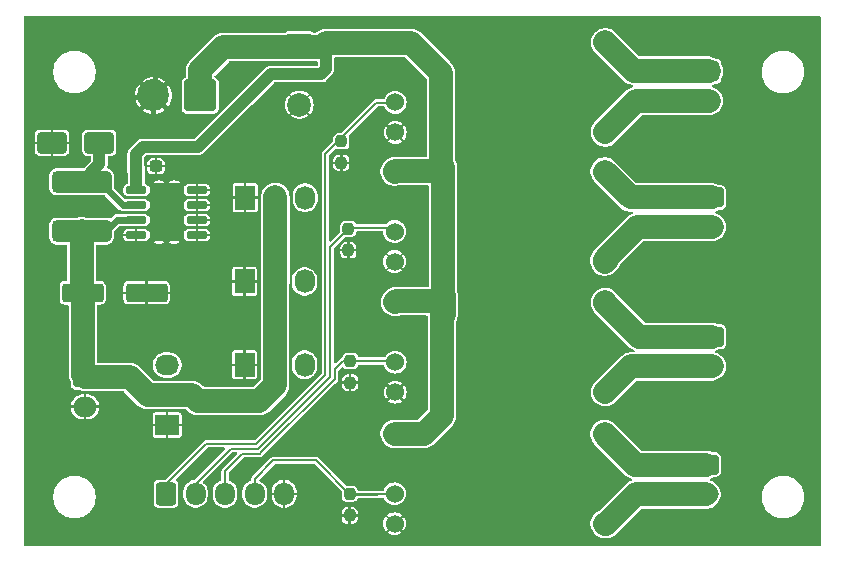
<source format=gbr>
%TF.GenerationSoftware,KiCad,Pcbnew,8.0.4*%
%TF.CreationDate,2024-12-13T14:18:57+03:00*%
%TF.ProjectId,Fara_controller,46617261-5f63-46f6-9e74-726f6c6c6572,rev?*%
%TF.SameCoordinates,Original*%
%TF.FileFunction,Copper,L1,Top*%
%TF.FilePolarity,Positive*%
%FSLAX46Y46*%
G04 Gerber Fmt 4.6, Leading zero omitted, Abs format (unit mm)*
G04 Created by KiCad (PCBNEW 8.0.4) date 2024-12-13 14:18:57*
%MOMM*%
%LPD*%
G01*
G04 APERTURE LIST*
G04 Aperture macros list*
%AMRoundRect*
0 Rectangle with rounded corners*
0 $1 Rounding radius*
0 $2 $3 $4 $5 $6 $7 $8 $9 X,Y pos of 4 corners*
0 Add a 4 corners polygon primitive as box body*
4,1,4,$2,$3,$4,$5,$6,$7,$8,$9,$2,$3,0*
0 Add four circle primitives for the rounded corners*
1,1,$1+$1,$2,$3*
1,1,$1+$1,$4,$5*
1,1,$1+$1,$6,$7*
1,1,$1+$1,$8,$9*
0 Add four rect primitives between the rounded corners*
20,1,$1+$1,$2,$3,$4,$5,0*
20,1,$1+$1,$4,$5,$6,$7,0*
20,1,$1+$1,$6,$7,$8,$9,0*
20,1,$1+$1,$8,$9,$2,$3,0*%
G04 Aperture macros list end*
%TA.AperFunction,ComponentPad*%
%ADD10C,1.524000*%
%TD*%
%TA.AperFunction,ComponentPad*%
%ADD11R,1.730000X2.030000*%
%TD*%
%TA.AperFunction,ComponentPad*%
%ADD12O,1.730000X2.030000*%
%TD*%
%TA.AperFunction,SMDPad,CuDef*%
%ADD13RoundRect,0.237500X-0.237500X0.250000X-0.237500X-0.250000X0.237500X-0.250000X0.237500X0.250000X0*%
%TD*%
%TA.AperFunction,SMDPad,CuDef*%
%ADD14RoundRect,0.475000X-2.075000X0.475000X-2.075000X-0.475000X2.075000X-0.475000X2.075000X0.475000X0*%
%TD*%
%TA.AperFunction,ComponentPad*%
%ADD15O,1.700000X1.950000*%
%TD*%
%TA.AperFunction,ComponentPad*%
%ADD16RoundRect,0.250000X-0.600000X-0.725000X0.600000X-0.725000X0.600000X0.725000X-0.600000X0.725000X0*%
%TD*%
%TA.AperFunction,HeatsinkPad*%
%ADD17C,1.100000*%
%TD*%
%TA.AperFunction,HeatsinkPad*%
%ADD18R,2.950000X4.900000*%
%TD*%
%TA.AperFunction,SMDPad,CuDef*%
%ADD19RoundRect,0.150000X-0.737500X-0.150000X0.737500X-0.150000X0.737500X0.150000X-0.737500X0.150000X0*%
%TD*%
%TA.AperFunction,ComponentPad*%
%ADD20RoundRect,0.250000X-0.750000X0.600000X-0.750000X-0.600000X0.750000X-0.600000X0.750000X0.600000X0*%
%TD*%
%TA.AperFunction,ComponentPad*%
%ADD21O,2.000000X1.700000*%
%TD*%
%TA.AperFunction,ComponentPad*%
%ADD22RoundRect,0.250001X1.099999X1.099999X-1.099999X1.099999X-1.099999X-1.099999X1.099999X-1.099999X0*%
%TD*%
%TA.AperFunction,ComponentPad*%
%ADD23C,2.700000*%
%TD*%
%TA.AperFunction,SMDPad,CuDef*%
%ADD24RoundRect,0.250000X1.000000X0.650000X-1.000000X0.650000X-1.000000X-0.650000X1.000000X-0.650000X0*%
%TD*%
%TA.AperFunction,ComponentPad*%
%ADD25R,2.000000X2.000000*%
%TD*%
%TA.AperFunction,ComponentPad*%
%ADD26C,2.000000*%
%TD*%
%TA.AperFunction,SMDPad,CuDef*%
%ADD27RoundRect,0.250000X-1.500000X-0.550000X1.500000X-0.550000X1.500000X0.550000X-1.500000X0.550000X0*%
%TD*%
%TA.AperFunction,SMDPad,CuDef*%
%ADD28RoundRect,0.237500X-0.300000X-0.237500X0.300000X-0.237500X0.300000X0.237500X-0.300000X0.237500X0*%
%TD*%
%TA.AperFunction,ComponentPad*%
%ADD29R,2.030000X1.730000*%
%TD*%
%TA.AperFunction,ComponentPad*%
%ADD30O,2.030000X1.730000*%
%TD*%
%TA.AperFunction,ViaPad*%
%ADD31C,1.100000*%
%TD*%
%TA.AperFunction,Conductor*%
%ADD32C,0.200000*%
%TD*%
%TA.AperFunction,Conductor*%
%ADD33C,2.000000*%
%TD*%
%TA.AperFunction,Conductor*%
%ADD34C,1.000000*%
%TD*%
%TA.AperFunction,Conductor*%
%ADD35C,0.400000*%
%TD*%
%TA.AperFunction,Conductor*%
%ADD36C,0.300000*%
%TD*%
%TA.AperFunction,Conductor*%
%ADD37C,0.250000*%
%TD*%
%TA.AperFunction,Conductor*%
%ADD38C,0.600000*%
%TD*%
G04 APERTURE END LIST*
D10*
%TO.P,U5,1,Vin+*%
%TO.N,VPP*%
X71110000Y-51640000D03*
%TO.P,U5,2,PWM*%
%TO.N,Net-(U5-PWM)*%
X71110000Y-56720000D03*
%TO.P,U5,3,Vin-*%
%TO.N,GND*%
X71110000Y-59260000D03*
%TO.P,U5,4,Vout-*%
%TO.N,Net-(U5-Vout-)*%
X88890000Y-59260000D03*
%TO.P,U5,5,Vout+*%
%TO.N,Net-(U5-Vout+)*%
X88890000Y-51640000D03*
%TD*%
D11*
%TO.P,X6,1,Tacho*%
%TO.N,GND*%
X58400000Y-45800000D03*
D12*
%TO.P,X6,2,+*%
%TO.N,+12V*%
X60940000Y-45800000D03*
%TO.P,X6,3,-*%
%TO.N,unconnected-(X6---Pad3)*%
X63480000Y-45800000D03*
%TD*%
D13*
%TO.P,R3,1*%
%TO.N,Net-(U4-PWM)*%
X67350000Y-45487500D03*
%TO.P,R3,2*%
%TO.N,GND*%
X67350000Y-47312500D03*
%TD*%
%TO.P,R2,1*%
%TO.N,Net-(U3-PWM)*%
X67200000Y-34287500D03*
%TO.P,R2,2*%
%TO.N,GND*%
X67200000Y-36112500D03*
%TD*%
D11*
%TO.P,X4,1,Tacho*%
%TO.N,GND*%
X58450000Y-31650000D03*
D12*
%TO.P,X4,2,+*%
%TO.N,+12V*%
X60990000Y-31650000D03*
%TO.P,X4,3,-*%
%TO.N,unconnected-(X4---Pad3)*%
X63530000Y-31650000D03*
%TD*%
D10*
%TO.P,U4,1,Vin+*%
%TO.N,VPP*%
X71160000Y-40510000D03*
%TO.P,U4,2,PWM*%
%TO.N,Net-(U4-PWM)*%
X71160000Y-45590000D03*
%TO.P,U4,3,Vin-*%
%TO.N,GND*%
X71160000Y-48130000D03*
%TO.P,U4,4,Vout-*%
%TO.N,Net-(U4-Vout-)*%
X88940000Y-48130000D03*
%TO.P,U4,5,Vout+*%
%TO.N,Net-(U4-Vout+)*%
X88940000Y-40510000D03*
%TD*%
%TO.P,U3,1,Vin+*%
%TO.N,VPP*%
X71110000Y-29440000D03*
%TO.P,U3,2,PWM*%
%TO.N,Net-(U3-PWM)*%
X71110000Y-34520000D03*
%TO.P,U3,3,Vin-*%
%TO.N,GND*%
X71110000Y-37060000D03*
%TO.P,U3,4,Vout-*%
%TO.N,Net-(U3-Vout-)*%
X88890000Y-37060000D03*
%TO.P,U3,5,Vout+*%
%TO.N,Net-(U3-Vout+)*%
X88890000Y-29440000D03*
%TD*%
D14*
%TO.P,L1,1,1*%
%TO.N,Net-(U1-OUT)*%
X44600000Y-30300000D03*
%TO.P,L1,2,2*%
%TO.N,+12V*%
X44600000Y-34500000D03*
%TD*%
D15*
%TO.P,X7,5,Pin_5*%
%TO.N,GND*%
X61750000Y-56725000D03*
%TO.P,X7,4,Pin_4*%
%TO.N,Net-(U5-PWM)*%
X59250000Y-56725000D03*
%TO.P,X7,3,Pin_3*%
%TO.N,Net-(U4-PWM)*%
X56750000Y-56725000D03*
%TO.P,X7,2,Pin_2*%
%TO.N,Net-(U3-PWM)*%
X54250000Y-56725000D03*
D16*
%TO.P,X7,1,Pin_1*%
%TO.N,Net-(U2-PWM)*%
X51750000Y-56725000D03*
%TD*%
D13*
%TO.P,R4,1*%
%TO.N,Net-(U5-PWM)*%
X67300000Y-56737500D03*
%TO.P,R4,2*%
%TO.N,GND*%
X67300000Y-58562500D03*
%TD*%
D17*
%TO.P,U1,9,GND*%
%TO.N,GND*%
X52450000Y-34850000D03*
X52450000Y-33550000D03*
X52450000Y-32250000D03*
X52450000Y-30950000D03*
D18*
X51800000Y-32900000D03*
D17*
X51150000Y-34850000D03*
X51150000Y-33550000D03*
X51150000Y-32250000D03*
X51150000Y-30950000D03*
D19*
%TO.P,U1,8,GND*%
X54362500Y-30995000D03*
%TO.P,U1,7,GND*%
X54362500Y-32265000D03*
%TO.P,U1,6,GND*%
X54362500Y-33535000D03*
%TO.P,U1,5,GND*%
X54362500Y-34805000D03*
%TO.P,U1,4,~{EN}*%
X49237500Y-34805000D03*
%TO.P,U1,3,FB*%
%TO.N,+12V*%
X49237500Y-33535000D03*
%TO.P,U1,2,OUT*%
%TO.N,Net-(U1-OUT)*%
X49237500Y-32265000D03*
%TO.P,U1,1,VIN*%
%TO.N,VPP*%
X49237500Y-30995000D03*
%TD*%
D20*
%TO.P,X8,1,Pin_1*%
%TO.N,Net-(U2-Vout+)*%
X97575000Y-20950000D03*
D21*
%TO.P,X8,2,Pin_2*%
%TO.N,Net-(U2-Vout-)*%
X97575000Y-23450000D03*
%TD*%
D22*
%TO.P,X1,1,Pin_1*%
%TO.N,VPP*%
X54650000Y-23000000D03*
D23*
%TO.P,X1,2,Pin_2*%
%TO.N,GND*%
X50690000Y-23000000D03*
%TD*%
D20*
%TO.P,X9,1,Pin_1*%
%TO.N,Net-(U3-Vout+)*%
X97965000Y-31635000D03*
D21*
%TO.P,X9,2,Pin_2*%
%TO.N,Net-(U3-Vout-)*%
X97965000Y-34135000D03*
%TD*%
D24*
%TO.P,VD1,1,K*%
%TO.N,Net-(U1-OUT)*%
X46100000Y-27000000D03*
%TO.P,VD1,2,A*%
%TO.N,GND*%
X42100000Y-27000000D03*
%TD*%
D13*
%TO.P,R1,1*%
%TO.N,Net-(U2-PWM)*%
X66600000Y-26887500D03*
%TO.P,R1,2*%
%TO.N,GND*%
X66600000Y-28712500D03*
%TD*%
D25*
%TO.P,C1,1*%
%TO.N,VPP*%
X63050000Y-18782323D03*
D26*
%TO.P,C1,2*%
%TO.N,GND*%
X63050000Y-23782323D03*
%TD*%
D27*
%TO.P,C3,1*%
%TO.N,+12V*%
X44700000Y-39700000D03*
%TO.P,C3,2*%
%TO.N,GND*%
X50100000Y-39700000D03*
%TD*%
D20*
%TO.P,X10,1,Pin_1*%
%TO.N,Net-(U4-Vout+)*%
X97965000Y-43435000D03*
D21*
%TO.P,X10,2,Pin_2*%
%TO.N,Net-(U4-Vout-)*%
X97965000Y-45935000D03*
%TD*%
D10*
%TO.P,U2,1,Vin+*%
%TO.N,VPP*%
X71160000Y-18510000D03*
%TO.P,U2,2,PWM*%
%TO.N,Net-(U2-PWM)*%
X71160000Y-23590000D03*
%TO.P,U2,3,Vin-*%
%TO.N,GND*%
X71160000Y-26130000D03*
%TO.P,U2,4,Vout-*%
%TO.N,Net-(U2-Vout-)*%
X88940000Y-26130000D03*
%TO.P,U2,5,Vout+*%
%TO.N,Net-(U2-Vout+)*%
X88940000Y-18510000D03*
%TD*%
D28*
%TO.P,C2,1*%
%TO.N,VPP*%
X49187500Y-29000000D03*
%TO.P,C2,2*%
%TO.N,GND*%
X50912500Y-29000000D03*
%TD*%
D20*
%TO.P,X11,1,Pin_1*%
%TO.N,Net-(U5-Vout+)*%
X97525000Y-54250000D03*
D21*
%TO.P,X11,2,Pin_2*%
%TO.N,Net-(U5-Vout-)*%
X97525000Y-56750000D03*
%TD*%
D20*
%TO.P,X2,1,Pin_1*%
%TO.N,+12V*%
X44900000Y-46850000D03*
D21*
%TO.P,X2,2,Pin_2*%
%TO.N,GND*%
X44900000Y-49350000D03*
%TD*%
D11*
%TO.P,X5,1,Tacho*%
%TO.N,GND*%
X58400000Y-38750000D03*
D12*
%TO.P,X5,2,+*%
%TO.N,+12V*%
X60940000Y-38750000D03*
%TO.P,X5,3,-*%
%TO.N,unconnected-(X5---Pad3)*%
X63480000Y-38750000D03*
%TD*%
D29*
%TO.P,X3,1,Tacho*%
%TO.N,GND*%
X51850000Y-50900000D03*
D30*
%TO.P,X3,2,+*%
%TO.N,+12V*%
X51850000Y-48360000D03*
%TO.P,X3,3,-*%
%TO.N,unconnected-(X3---Pad3)*%
X51850000Y-45820000D03*
%TD*%
D31*
%TO.N,GND*%
X52450000Y-29000000D03*
X42800000Y-50550000D03*
X45800000Y-51250000D03*
X46850000Y-49400000D03*
X40500000Y-30250000D03*
X40450000Y-25250000D03*
X42050000Y-25150000D03*
X56000000Y-38600000D03*
X56250000Y-45900000D03*
X58350000Y-43800000D03*
X58350000Y-40950000D03*
X58350000Y-36750000D03*
X58550000Y-33900000D03*
X72700000Y-58050000D03*
X65550000Y-48800000D03*
X57800000Y-21300000D03*
X49100000Y-37900000D03*
X69450000Y-26750000D03*
X65750000Y-60350000D03*
X82050000Y-40250000D03*
X49812506Y-25780069D03*
X53100000Y-58750000D03*
X69300000Y-37750000D03*
X61250000Y-23000000D03*
X61650000Y-26000000D03*
X72750000Y-37650000D03*
X48050000Y-23400000D03*
X55100000Y-51050000D03*
X69250000Y-47150000D03*
X63800000Y-26100000D03*
X58900000Y-26900000D03*
X69600000Y-25050000D03*
X56150000Y-30850000D03*
X69450000Y-48750000D03*
X69200000Y-58250000D03*
X72700000Y-36050000D03*
X41350000Y-54400000D03*
X88350000Y-33300000D03*
X48000000Y-56050000D03*
X46650000Y-24600000D03*
X63000000Y-58400000D03*
X105100000Y-35500000D03*
X61150000Y-24550000D03*
X104900000Y-49400000D03*
X56150000Y-32300000D03*
X55850000Y-29200000D03*
X53150000Y-40000000D03*
X58250000Y-28500000D03*
X51900000Y-25500000D03*
X73000000Y-48750000D03*
X73150000Y-47050000D03*
X104500000Y-60300000D03*
X41750000Y-60300000D03*
X49150000Y-41600000D03*
X63500000Y-55750000D03*
X49650000Y-51100000D03*
X73000000Y-59800000D03*
X72600000Y-24800000D03*
X82150000Y-51800000D03*
X42150000Y-37700000D03*
X52100000Y-53700000D03*
X56150000Y-33600000D03*
X81450000Y-31350000D03*
X56250000Y-34800000D03*
X54600000Y-36700000D03*
X65500000Y-57800000D03*
X104800000Y-27600000D03*
X42800000Y-48500000D03*
X65000000Y-23050000D03*
X69350000Y-59750000D03*
X69350000Y-35900000D03*
X72700000Y-26850000D03*
X65000000Y-24900000D03*
X49800000Y-20750000D03*
X51750000Y-37800000D03*
X81900000Y-22450000D03*
X40450000Y-28850000D03*
X48200000Y-20950000D03*
X51750000Y-41700000D03*
X51900000Y-20800000D03*
X60700000Y-58650000D03*
X53850000Y-51050000D03*
X81200000Y-58200000D03*
%TD*%
D32*
%TO.N,Net-(U5-PWM)*%
X60850000Y-53900000D02*
X59250000Y-55500000D01*
X64462500Y-53900000D02*
X60850000Y-53900000D01*
X59250000Y-55500000D02*
X59250000Y-56725000D01*
X67350000Y-56787500D02*
X64462500Y-53900000D01*
X69600000Y-56787500D02*
X67350000Y-56787500D01*
%TO.N,Net-(U4-PWM)*%
X66712500Y-45487500D02*
X67350000Y-45487500D01*
X66050000Y-46150000D02*
X66712500Y-45487500D01*
X66050000Y-46986371D02*
X66050000Y-46150000D01*
X65800000Y-47236371D02*
X66050000Y-46986371D01*
X59736371Y-53300000D02*
X59736372Y-53300000D01*
X59686371Y-53350000D02*
X59736371Y-53300000D01*
X59736372Y-53300000D02*
X65800000Y-47236371D01*
X58200000Y-53350000D02*
X59686371Y-53350000D01*
X56750000Y-54800000D02*
X58200000Y-53350000D01*
X56750000Y-56725000D02*
X56750000Y-54800000D01*
%TO.N,Net-(U3-PWM)*%
X54250000Y-55875000D02*
X54250000Y-56725000D01*
X65650000Y-46820686D02*
X59570686Y-52900000D01*
X65650000Y-35837500D02*
X65650000Y-46820686D01*
X67200000Y-34287500D02*
X65650000Y-35837500D01*
X59570686Y-52900000D02*
X57225000Y-52900000D01*
X57225000Y-52900000D02*
X54250000Y-55875000D01*
%TO.N,Net-(U2-PWM)*%
X51750000Y-55875000D02*
X51750000Y-56725000D01*
X65250000Y-46655000D02*
X59405000Y-52500000D01*
X59405000Y-52500000D02*
X55125000Y-52500000D01*
X65250000Y-27937500D02*
X65250000Y-46655000D01*
X55125000Y-52500000D02*
X51750000Y-55875000D01*
X69567500Y-23620000D02*
X65250000Y-27937500D01*
X71130000Y-23620000D02*
X69567500Y-23620000D01*
D33*
%TO.N,Net-(U5-Vout-)*%
X89040000Y-59260000D02*
X88890000Y-59260000D01*
X97490000Y-56785000D02*
X91515000Y-56785000D01*
X91515000Y-56785000D02*
X89040000Y-59260000D01*
%TO.N,Net-(U5-Vout+)*%
X88890000Y-51690000D02*
X88890000Y-51640000D01*
X97490000Y-54285000D02*
X91485000Y-54285000D01*
X91485000Y-54285000D02*
X88890000Y-51690000D01*
%TO.N,VPP*%
X74600000Y-29400000D02*
X75050000Y-28950000D01*
X71150000Y-29400000D02*
X74600000Y-29400000D01*
X75050000Y-28950000D02*
X75200000Y-29100000D01*
X71110000Y-29440000D02*
X71150000Y-29400000D01*
X75200000Y-29100000D02*
X75200000Y-30150000D01*
X72490000Y-18540000D02*
X75050000Y-21100000D01*
X75050000Y-30000000D02*
X75200000Y-30150000D01*
X65300000Y-18540000D02*
X72490000Y-18540000D01*
X75050000Y-21100000D02*
X75050000Y-30000000D01*
X75200000Y-41600000D02*
X75100000Y-41700000D01*
X75200000Y-30150000D02*
X75200000Y-41600000D01*
X75250000Y-39900000D02*
X75250000Y-41550000D01*
X74730000Y-40420000D02*
X75250000Y-39900000D01*
X71250000Y-40420000D02*
X74730000Y-40420000D01*
X75250000Y-41550000D02*
X75100000Y-41700000D01*
X71160000Y-40510000D02*
X71250000Y-40420000D01*
X73560000Y-51640000D02*
X71110000Y-51640000D01*
X75100000Y-50100000D02*
X73560000Y-51640000D01*
X75100000Y-41700000D02*
X75100000Y-50100000D01*
X56600000Y-18900000D02*
X64940000Y-18900000D01*
X54650000Y-20850000D02*
X56600000Y-18900000D01*
X54650000Y-23000000D02*
X54650000Y-20850000D01*
X64940000Y-18900000D02*
X65300000Y-18540000D01*
D34*
X49187500Y-27962500D02*
X49187500Y-29400000D01*
X54450000Y-27350000D02*
X49800000Y-27350000D01*
X60600000Y-21200000D02*
X54450000Y-27350000D01*
X64850000Y-21200000D02*
X60600000Y-21200000D01*
X65300000Y-20750000D02*
X64850000Y-21200000D01*
X49800000Y-27350000D02*
X49187500Y-27962500D01*
X65300000Y-18540000D02*
X65300000Y-20750000D01*
D35*
%TO.N,GND*%
X50750000Y-25050000D02*
X50690000Y-24990000D01*
D36*
X50019931Y-25780069D02*
X50750000Y-25050000D01*
D35*
X50690000Y-24990000D02*
X50690000Y-23000000D01*
D36*
X49812506Y-25780069D02*
X50019931Y-25780069D01*
D35*
X48640000Y-20950000D02*
X50690000Y-23000000D01*
D36*
X48200000Y-20950000D02*
X48640000Y-20950000D01*
D35*
X50450000Y-20750000D02*
X50800000Y-21100000D01*
X49800000Y-20750000D02*
X50450000Y-20750000D01*
X50800000Y-21100000D02*
X50800000Y-22890000D01*
D36*
X50800000Y-22890000D02*
X50690000Y-23000000D01*
D35*
X48300000Y-23150000D02*
X50540000Y-23150000D01*
D36*
X48050000Y-23400000D02*
X48300000Y-23150000D01*
X50540000Y-23150000D02*
X50690000Y-23000000D01*
D35*
X49090000Y-24600000D02*
X50690000Y-23000000D01*
D36*
X46650000Y-24600000D02*
X49090000Y-24600000D01*
X51900000Y-25500000D02*
X51900000Y-24210000D01*
D35*
X51900000Y-24210000D02*
X50690000Y-23000000D01*
X51900000Y-21790000D02*
X50690000Y-23000000D01*
D36*
X51900000Y-20800000D02*
X51900000Y-21790000D01*
D34*
%TO.N,Net-(U2-PWM)*%
X71160000Y-23590000D02*
X71130000Y-23620000D01*
D37*
%TO.N,Net-(U3-PWM)*%
X70777500Y-34187500D02*
X71110000Y-34520000D01*
D32*
X67300000Y-34187500D02*
X70777500Y-34187500D01*
X67200000Y-34287500D02*
X67300000Y-34187500D01*
D34*
%TO.N,Net-(U4-PWM)*%
X71057500Y-45487500D02*
X71160000Y-45590000D01*
D32*
X67050000Y-45487500D02*
X71057500Y-45487500D01*
D33*
%TO.N,Net-(U4-Vout-)*%
X91135000Y-45935000D02*
X88940000Y-48130000D01*
X97965000Y-45935000D02*
X91135000Y-45935000D01*
%TO.N,Net-(U4-Vout+)*%
X91835000Y-43435000D02*
X88940000Y-40540000D01*
X88940000Y-40540000D02*
X88940000Y-40510000D01*
X97965000Y-43435000D02*
X91835000Y-43435000D01*
%TO.N,Net-(U3-Vout-)*%
X88890000Y-36910000D02*
X88890000Y-37060000D01*
X91665000Y-34135000D02*
X88890000Y-36910000D01*
X97965000Y-34135000D02*
X91665000Y-34135000D01*
X88890000Y-37060000D02*
X89190000Y-36760000D01*
%TO.N,Net-(U3-Vout+)*%
X91085000Y-31635000D02*
X97965000Y-31635000D01*
X88890000Y-29440000D02*
X91085000Y-31635000D01*
%TO.N,Net-(U2-Vout-)*%
X88940000Y-26060000D02*
X88940000Y-26130000D01*
X91550000Y-23450000D02*
X88940000Y-26060000D01*
X97700000Y-23450000D02*
X91550000Y-23450000D01*
%TO.N,Net-(U2-Vout+)*%
X97650000Y-20900000D02*
X97700000Y-20950000D01*
X91350000Y-20900000D02*
X97650000Y-20900000D01*
X88940000Y-18510000D02*
X88960000Y-18510000D01*
X88960000Y-18510000D02*
X91350000Y-20900000D01*
D32*
%TO.N,Net-(U4-PWM)*%
X67548871Y-45487500D02*
X67050000Y-45487500D01*
D34*
%TO.N,Net-(U5-PWM)*%
X71110000Y-56720000D02*
X71050000Y-56780000D01*
D32*
X71050000Y-56780000D02*
X67342500Y-56780000D01*
D33*
%TO.N,+12V*%
X59650000Y-48850000D02*
X60960000Y-47540000D01*
X54450000Y-48850000D02*
X59650000Y-48850000D01*
X53940000Y-48340000D02*
X54450000Y-48850000D01*
X51925000Y-48340000D02*
X53940000Y-48340000D01*
X60960000Y-47540000D02*
X60960000Y-45925000D01*
D34*
%TO.N,VPP*%
X49237500Y-30650000D02*
X49237500Y-29050000D01*
X49237500Y-29050000D02*
X49187500Y-29000000D01*
%TO.N,Net-(U1-OUT)*%
X46100000Y-28800000D02*
X44600000Y-30300000D01*
X46100000Y-27000000D02*
X46100000Y-28800000D01*
D33*
%TO.N,+12V*%
X60960000Y-45925000D02*
X60960000Y-38825000D01*
D34*
X46650000Y-34500000D02*
X44600000Y-34500000D01*
D33*
X50185000Y-48340000D02*
X51925000Y-48340000D01*
X44700000Y-46650000D02*
X44900000Y-46850000D01*
D38*
X47615000Y-33535000D02*
X46650000Y-34500000D01*
D33*
X61010000Y-31575000D02*
X61010000Y-38775000D01*
D38*
X49237500Y-33535000D02*
X47615000Y-33535000D01*
D33*
X60960000Y-38825000D02*
X61010000Y-38775000D01*
X48695000Y-46850000D02*
X50185000Y-48340000D01*
X44600000Y-34500000D02*
X44600000Y-39600000D01*
X44700000Y-39700000D02*
X44700000Y-46650000D01*
X44900000Y-46850000D02*
X48695000Y-46850000D01*
X44600000Y-39600000D02*
X44700000Y-39700000D01*
D34*
%TO.N,Net-(U1-OUT)*%
X46150000Y-30300000D02*
X44600000Y-30300000D01*
D38*
X48115000Y-32265000D02*
X46150000Y-30300000D01*
X49237500Y-32265000D02*
X48115000Y-32265000D01*
%TD*%
%TA.AperFunction,Conductor*%
%TO.N,GND*%
G36*
X52209940Y-33734205D02*
G01*
X52265795Y-33790060D01*
X52320041Y-33821378D01*
X51992881Y-34148539D01*
X51997430Y-34188916D01*
X51997430Y-34211082D01*
X51992881Y-34251459D01*
X52320042Y-34578620D01*
X52265795Y-34609940D01*
X52209940Y-34665795D01*
X52178620Y-34720042D01*
X51851459Y-34392881D01*
X51811082Y-34397430D01*
X51788916Y-34397430D01*
X51748539Y-34392881D01*
X51421378Y-34720041D01*
X51390060Y-34665795D01*
X51334205Y-34609940D01*
X51279956Y-34578619D01*
X51607117Y-34251459D01*
X51602568Y-34211083D01*
X51602568Y-34188915D01*
X51607117Y-34148539D01*
X51279957Y-33821379D01*
X51334205Y-33790060D01*
X51390060Y-33734205D01*
X51421379Y-33679957D01*
X51748539Y-34007117D01*
X51788915Y-34002568D01*
X51811083Y-34002568D01*
X51851459Y-34007117D01*
X52178619Y-33679956D01*
X52209940Y-33734205D01*
G37*
%TD.AperFunction*%
%TA.AperFunction,Conductor*%
G36*
X52209940Y-32434205D02*
G01*
X52265795Y-32490060D01*
X52320041Y-32521378D01*
X51992881Y-32848539D01*
X51997430Y-32888916D01*
X51997430Y-32911082D01*
X51992881Y-32951459D01*
X52320042Y-33278620D01*
X52265795Y-33309940D01*
X52209940Y-33365795D01*
X52178620Y-33420042D01*
X51851459Y-33092881D01*
X51811082Y-33097430D01*
X51788916Y-33097430D01*
X51748539Y-33092881D01*
X51421378Y-33420041D01*
X51390060Y-33365795D01*
X51334205Y-33309940D01*
X51279956Y-33278619D01*
X51607117Y-32951459D01*
X51602568Y-32911083D01*
X51602568Y-32888915D01*
X51607117Y-32848539D01*
X51279957Y-32521379D01*
X51334205Y-32490060D01*
X51390060Y-32434205D01*
X51421379Y-32379957D01*
X51748539Y-32707117D01*
X51788915Y-32702568D01*
X51811083Y-32702568D01*
X51851459Y-32707117D01*
X52178619Y-32379956D01*
X52209940Y-32434205D01*
G37*
%TD.AperFunction*%
%TA.AperFunction,Conductor*%
G36*
X52209940Y-31134205D02*
G01*
X52265795Y-31190060D01*
X52320041Y-31221378D01*
X51992881Y-31548539D01*
X51997430Y-31588916D01*
X51997430Y-31611082D01*
X51992881Y-31651459D01*
X52320042Y-31978620D01*
X52265795Y-32009940D01*
X52209940Y-32065795D01*
X52178620Y-32120042D01*
X51851459Y-31792881D01*
X51811082Y-31797430D01*
X51788916Y-31797430D01*
X51748539Y-31792881D01*
X51421378Y-32120041D01*
X51390060Y-32065795D01*
X51334205Y-32009940D01*
X51279956Y-31978619D01*
X51607117Y-31651459D01*
X51602568Y-31611083D01*
X51602568Y-31588915D01*
X51607117Y-31548539D01*
X51279957Y-31221379D01*
X51334205Y-31190060D01*
X51390060Y-31134205D01*
X51421379Y-31079957D01*
X51748539Y-31407117D01*
X51788915Y-31402568D01*
X51811083Y-31402568D01*
X51851459Y-31407117D01*
X52178619Y-31079956D01*
X52209940Y-31134205D01*
G37*
%TD.AperFunction*%
%TA.AperFunction,Conductor*%
G36*
X107208691Y-16319407D02*
G01*
X107244655Y-16368907D01*
X107249500Y-16399500D01*
X107249500Y-61050500D01*
X107230593Y-61108691D01*
X107181093Y-61144655D01*
X107150500Y-61149500D01*
X39799500Y-61149500D01*
X39741309Y-61130593D01*
X39705345Y-61081093D01*
X39700500Y-61050500D01*
X39700500Y-59259996D01*
X70143345Y-59259996D01*
X70143345Y-59260003D01*
X70161917Y-59448580D01*
X70161918Y-59448585D01*
X70216927Y-59629923D01*
X70306257Y-59797047D01*
X70362724Y-59865852D01*
X70779323Y-59449252D01*
X70805124Y-59493940D01*
X70876060Y-59564876D01*
X70920744Y-59590675D01*
X70504146Y-60007274D01*
X70572955Y-60063744D01*
X70740076Y-60153072D01*
X70921414Y-60208081D01*
X70921419Y-60208082D01*
X71109997Y-60226655D01*
X71110003Y-60226655D01*
X71298580Y-60208082D01*
X71298585Y-60208081D01*
X71479923Y-60153072D01*
X71647043Y-60063744D01*
X71647049Y-60063740D01*
X71715852Y-60007274D01*
X71299253Y-59590675D01*
X71343940Y-59564876D01*
X71414876Y-59493940D01*
X71440675Y-59449253D01*
X71857274Y-59865852D01*
X71913740Y-59797049D01*
X71913744Y-59797043D01*
X72003072Y-59629923D01*
X72058081Y-59448585D01*
X72058082Y-59448580D01*
X72076655Y-59260003D01*
X72076655Y-59259996D01*
X72058082Y-59071419D01*
X72058081Y-59071414D01*
X72003072Y-58890076D01*
X71913744Y-58722955D01*
X71857274Y-58654146D01*
X71440675Y-59070744D01*
X71414876Y-59026060D01*
X71343940Y-58955124D01*
X71299252Y-58929323D01*
X71715852Y-58512724D01*
X71647047Y-58456257D01*
X71479923Y-58366927D01*
X71298585Y-58311918D01*
X71298580Y-58311917D01*
X71110003Y-58293345D01*
X71109997Y-58293345D01*
X70921419Y-58311917D01*
X70921414Y-58311918D01*
X70740076Y-58366927D01*
X70740071Y-58366929D01*
X70572961Y-58456252D01*
X70572950Y-58456259D01*
X70504146Y-58512724D01*
X70920746Y-58929324D01*
X70876060Y-58955124D01*
X70805124Y-59026060D01*
X70779324Y-59070746D01*
X70362724Y-58654146D01*
X70306259Y-58722950D01*
X70306252Y-58722961D01*
X70216929Y-58890071D01*
X70216927Y-58890076D01*
X70161918Y-59071414D01*
X70161917Y-59071419D01*
X70143345Y-59259996D01*
X39700500Y-59259996D01*
X39700500Y-56881989D01*
X42199500Y-56881989D01*
X42199500Y-57118011D01*
X42229725Y-57347597D01*
X42230306Y-57352006D01*
X42230306Y-57352011D01*
X42291393Y-57579992D01*
X42381713Y-57798044D01*
X42381716Y-57798049D01*
X42472874Y-57955940D01*
X42499729Y-58002453D01*
X42643402Y-58189692D01*
X42643404Y-58189694D01*
X42643408Y-58189699D01*
X42810301Y-58356592D01*
X42810305Y-58356595D01*
X42810307Y-58356597D01*
X42940187Y-58456257D01*
X42997550Y-58500273D01*
X43201951Y-58618284D01*
X43201952Y-58618284D01*
X43201955Y-58618286D01*
X43308700Y-58662501D01*
X43420007Y-58708606D01*
X43647986Y-58769693D01*
X43881989Y-58800500D01*
X43881990Y-58800500D01*
X44118010Y-58800500D01*
X44118011Y-58800500D01*
X44352014Y-58769693D01*
X44579993Y-58708606D01*
X44691300Y-58662501D01*
X66625000Y-58662501D01*
X66625000Y-58865201D01*
X66627771Y-58894758D01*
X66627772Y-58894759D01*
X66671330Y-59019240D01*
X66749641Y-59125348D01*
X66749651Y-59125358D01*
X66855759Y-59203669D01*
X66980240Y-59247227D01*
X66980241Y-59247228D01*
X67009799Y-59250000D01*
X67199999Y-59250000D01*
X67200000Y-59249999D01*
X67200000Y-58662501D01*
X67400000Y-58662501D01*
X67400000Y-59249999D01*
X67400001Y-59250000D01*
X67590201Y-59250000D01*
X67619758Y-59247228D01*
X67619759Y-59247227D01*
X67744240Y-59203669D01*
X67850348Y-59125358D01*
X67850358Y-59125348D01*
X67928669Y-59019240D01*
X67972227Y-58894759D01*
X67972228Y-58894758D01*
X67975000Y-58865201D01*
X67975000Y-58662501D01*
X67974999Y-58662500D01*
X67400001Y-58662500D01*
X67400000Y-58662501D01*
X67200000Y-58662501D01*
X67199999Y-58662500D01*
X66625001Y-58662500D01*
X66625000Y-58662501D01*
X44691300Y-58662501D01*
X44798049Y-58618284D01*
X45002450Y-58500273D01*
X45189699Y-58356592D01*
X45286493Y-58259798D01*
X66625000Y-58259798D01*
X66625000Y-58462499D01*
X66625001Y-58462500D01*
X67199999Y-58462500D01*
X67200000Y-58462499D01*
X67200000Y-57875001D01*
X67400000Y-57875001D01*
X67400000Y-58462499D01*
X67400001Y-58462500D01*
X67974999Y-58462500D01*
X67975000Y-58462499D01*
X67975000Y-58259798D01*
X67972228Y-58230241D01*
X67972227Y-58230240D01*
X67928669Y-58105759D01*
X67850358Y-57999651D01*
X67850348Y-57999641D01*
X67744240Y-57921330D01*
X67619759Y-57877772D01*
X67619758Y-57877771D01*
X67590201Y-57875000D01*
X67400001Y-57875000D01*
X67400000Y-57875001D01*
X67200000Y-57875001D01*
X67199999Y-57875000D01*
X67009799Y-57875000D01*
X66980241Y-57877771D01*
X66980240Y-57877772D01*
X66855759Y-57921330D01*
X66749651Y-57999641D01*
X66749641Y-57999651D01*
X66671330Y-58105759D01*
X66627772Y-58230240D01*
X66627771Y-58230241D01*
X66625000Y-58259798D01*
X45286493Y-58259798D01*
X45356592Y-58189699D01*
X45500273Y-58002450D01*
X45618284Y-57798049D01*
X45708606Y-57579993D01*
X45769693Y-57352014D01*
X45800500Y-57118011D01*
X45800500Y-56881989D01*
X45769693Y-56647986D01*
X45708606Y-56420007D01*
X45702452Y-56405151D01*
X45618286Y-56201955D01*
X45607158Y-56182681D01*
X45500273Y-55997550D01*
X45460506Y-55945725D01*
X50699500Y-55945725D01*
X50699500Y-57504274D01*
X50702353Y-57534694D01*
X50702355Y-57534703D01*
X50747207Y-57662883D01*
X50827845Y-57772144D01*
X50827847Y-57772146D01*
X50827850Y-57772150D01*
X50827853Y-57772152D01*
X50827855Y-57772154D01*
X50937116Y-57852792D01*
X50937117Y-57852792D01*
X50937118Y-57852793D01*
X51065301Y-57897646D01*
X51095725Y-57900499D01*
X51095727Y-57900500D01*
X51095734Y-57900500D01*
X52404273Y-57900500D01*
X52404273Y-57900499D01*
X52434699Y-57897646D01*
X52562882Y-57852793D01*
X52672150Y-57772150D01*
X52752793Y-57662882D01*
X52797646Y-57534699D01*
X52800499Y-57504273D01*
X52800500Y-57504273D01*
X52800500Y-55945727D01*
X52800499Y-55945725D01*
X52799057Y-55930345D01*
X52797646Y-55915301D01*
X52752793Y-55787118D01*
X52747408Y-55779822D01*
X52672154Y-55677855D01*
X52672152Y-55677853D01*
X52672150Y-55677850D01*
X52672146Y-55677847D01*
X52672144Y-55677845D01*
X52592085Y-55618759D01*
X52556492Y-55568992D01*
X52556950Y-55507808D01*
X52580867Y-55469102D01*
X55220475Y-52829496D01*
X55274992Y-52801719D01*
X55290479Y-52800500D01*
X56660521Y-52800500D01*
X56718712Y-52819407D01*
X56754676Y-52868907D01*
X56754676Y-52930093D01*
X56730525Y-52969504D01*
X54172755Y-55527273D01*
X54122065Y-55554367D01*
X53943581Y-55589869D01*
X53752402Y-55669058D01*
X53580348Y-55784020D01*
X53434020Y-55930348D01*
X53319058Y-56102402D01*
X53239869Y-56293581D01*
X53199500Y-56496532D01*
X53199500Y-56953467D01*
X53239869Y-57156418D01*
X53319058Y-57347597D01*
X53433805Y-57519329D01*
X53434023Y-57519655D01*
X53580345Y-57665977D01*
X53752402Y-57780941D01*
X53943580Y-57860130D01*
X54146535Y-57900500D01*
X54146536Y-57900500D01*
X54353464Y-57900500D01*
X54353465Y-57900500D01*
X54556420Y-57860130D01*
X54747598Y-57780941D01*
X54919655Y-57665977D01*
X55065977Y-57519655D01*
X55180941Y-57347598D01*
X55260130Y-57156420D01*
X55300500Y-56953465D01*
X55300500Y-56496535D01*
X55260130Y-56293580D01*
X55180941Y-56102402D01*
X55065977Y-55930345D01*
X55004941Y-55869309D01*
X54916216Y-55780583D01*
X54916976Y-55779822D01*
X54886683Y-55732515D01*
X54890277Y-55671436D01*
X54912466Y-55637503D01*
X57320475Y-53229496D01*
X57374992Y-53201719D01*
X57390479Y-53200500D01*
X57685521Y-53200500D01*
X57743712Y-53219407D01*
X57779676Y-53268907D01*
X57779676Y-53330093D01*
X57755525Y-53369504D01*
X56565489Y-54559540D01*
X56565488Y-54559539D01*
X56509539Y-54615489D01*
X56469980Y-54684007D01*
X56469978Y-54684011D01*
X56449500Y-54760435D01*
X56449500Y-55521267D01*
X56430593Y-55579458D01*
X56388387Y-55612731D01*
X56252401Y-55669059D01*
X56080348Y-55784020D01*
X55934020Y-55930348D01*
X55819058Y-56102402D01*
X55739869Y-56293581D01*
X55699500Y-56496532D01*
X55699500Y-56953467D01*
X55739869Y-57156418D01*
X55819058Y-57347597D01*
X55933805Y-57519329D01*
X55934023Y-57519655D01*
X56080345Y-57665977D01*
X56252402Y-57780941D01*
X56443580Y-57860130D01*
X56646535Y-57900500D01*
X56646536Y-57900500D01*
X56853464Y-57900500D01*
X56853465Y-57900500D01*
X57056420Y-57860130D01*
X57247598Y-57780941D01*
X57419655Y-57665977D01*
X57565977Y-57519655D01*
X57680941Y-57347598D01*
X57760130Y-57156420D01*
X57800500Y-56953465D01*
X57800500Y-56496535D01*
X57800499Y-56496532D01*
X58199500Y-56496532D01*
X58199500Y-56953467D01*
X58239869Y-57156418D01*
X58319058Y-57347597D01*
X58433805Y-57519329D01*
X58434023Y-57519655D01*
X58580345Y-57665977D01*
X58752402Y-57780941D01*
X58943580Y-57860130D01*
X59146535Y-57900500D01*
X59146536Y-57900500D01*
X59353464Y-57900500D01*
X59353465Y-57900500D01*
X59556420Y-57860130D01*
X59747598Y-57780941D01*
X59919655Y-57665977D01*
X60065977Y-57519655D01*
X60180941Y-57347598D01*
X60260130Y-57156420D01*
X60300500Y-56953465D01*
X60300500Y-56496581D01*
X60700000Y-56496581D01*
X60700000Y-56624999D01*
X60700001Y-56625000D01*
X61285039Y-56625000D01*
X61275000Y-56662465D01*
X61275000Y-56787535D01*
X61285039Y-56825000D01*
X60700001Y-56825000D01*
X60700000Y-56825001D01*
X60700000Y-56953418D01*
X60740349Y-57156272D01*
X60819501Y-57347360D01*
X60819508Y-57347374D01*
X60934405Y-57519329D01*
X61080670Y-57665594D01*
X61252625Y-57780491D01*
X61252639Y-57780498D01*
X61443727Y-57859650D01*
X61646581Y-57899999D01*
X61646586Y-57900000D01*
X61649999Y-57900000D01*
X61650000Y-57899999D01*
X61650000Y-57189961D01*
X61687465Y-57200000D01*
X61812535Y-57200000D01*
X61850000Y-57189961D01*
X61850000Y-57899999D01*
X61850001Y-57900000D01*
X61853414Y-57900000D01*
X61853418Y-57899999D01*
X62056272Y-57859650D01*
X62247360Y-57780498D01*
X62247374Y-57780491D01*
X62419329Y-57665594D01*
X62565594Y-57519329D01*
X62680491Y-57347374D01*
X62680498Y-57347360D01*
X62759650Y-57156272D01*
X62799999Y-56953418D01*
X62800000Y-56953413D01*
X62800000Y-56825001D01*
X62799999Y-56825000D01*
X62214961Y-56825000D01*
X62225000Y-56787535D01*
X62225000Y-56662465D01*
X62214961Y-56625000D01*
X62799999Y-56625000D01*
X62800000Y-56624999D01*
X62800000Y-56496586D01*
X62799999Y-56496581D01*
X62759650Y-56293727D01*
X62680498Y-56102639D01*
X62680491Y-56102625D01*
X62565594Y-55930670D01*
X62419329Y-55784405D01*
X62247374Y-55669508D01*
X62247360Y-55669501D01*
X62056272Y-55590349D01*
X61853418Y-55550000D01*
X61850001Y-55550000D01*
X61850000Y-55550001D01*
X61850000Y-56260038D01*
X61812535Y-56250000D01*
X61687465Y-56250000D01*
X61650000Y-56260038D01*
X61650000Y-55550001D01*
X61649999Y-55550000D01*
X61646581Y-55550000D01*
X61443727Y-55590349D01*
X61252639Y-55669501D01*
X61252625Y-55669508D01*
X61080670Y-55784405D01*
X60934405Y-55930670D01*
X60819508Y-56102625D01*
X60819501Y-56102639D01*
X60740349Y-56293727D01*
X60700000Y-56496581D01*
X60300500Y-56496581D01*
X60300500Y-56496535D01*
X60260130Y-56293580D01*
X60180941Y-56102402D01*
X60065977Y-55930345D01*
X59919655Y-55784023D01*
X59900804Y-55771427D01*
X59747597Y-55669058D01*
X59713585Y-55654970D01*
X59667059Y-55615233D01*
X59652776Y-55555738D01*
X59676191Y-55499210D01*
X59681453Y-55493516D01*
X60945475Y-54229496D01*
X60999992Y-54201719D01*
X61015479Y-54200500D01*
X64297021Y-54200500D01*
X64355212Y-54219407D01*
X64367025Y-54229496D01*
X66595504Y-56457975D01*
X66623281Y-56512492D01*
X66624500Y-56527979D01*
X66624500Y-57040266D01*
X66627274Y-57069844D01*
X66627276Y-57069852D01*
X66670884Y-57194476D01*
X66749285Y-57300706D01*
X66749289Y-57300711D01*
X66749292Y-57300713D01*
X66749293Y-57300714D01*
X66855523Y-57379115D01*
X66855524Y-57379115D01*
X66855525Y-57379116D01*
X66980151Y-57422725D01*
X67007441Y-57425284D01*
X67009733Y-57425499D01*
X67009738Y-57425500D01*
X67009744Y-57425500D01*
X67590262Y-57425500D01*
X67590265Y-57425499D01*
X67619849Y-57422725D01*
X67744475Y-57379116D01*
X67850711Y-57300711D01*
X67910552Y-57219628D01*
X67929114Y-57194478D01*
X67929117Y-57194472D01*
X67943174Y-57154302D01*
X67980240Y-57105621D01*
X68036618Y-57088000D01*
X69639562Y-57088000D01*
X69654965Y-57083873D01*
X69680587Y-57080500D01*
X70151985Y-57080500D01*
X70210176Y-57099407D01*
X70239295Y-57132831D01*
X70305837Y-57257322D01*
X70305841Y-57257328D01*
X70379729Y-57347360D01*
X70426117Y-57403883D01*
X70572676Y-57524162D01*
X70739885Y-57613537D01*
X70866280Y-57651877D01*
X70921316Y-57668573D01*
X70921321Y-57668574D01*
X71109997Y-57687157D01*
X71110000Y-57687157D01*
X71110003Y-57687157D01*
X71298678Y-57668574D01*
X71298683Y-57668573D01*
X71307241Y-57665977D01*
X71480115Y-57613537D01*
X71647324Y-57524162D01*
X71793883Y-57403883D01*
X71914162Y-57257324D01*
X72003537Y-57090115D01*
X72058573Y-56908683D01*
X72058574Y-56908678D01*
X72077157Y-56720003D01*
X72077157Y-56719996D01*
X72058574Y-56531321D01*
X72058573Y-56531316D01*
X72031959Y-56443581D01*
X72003537Y-56349885D01*
X71914162Y-56182676D01*
X71793883Y-56036117D01*
X71683741Y-55945725D01*
X71647328Y-55915841D01*
X71647326Y-55915840D01*
X71647324Y-55915838D01*
X71560280Y-55869312D01*
X71480120Y-55826465D01*
X71480115Y-55826463D01*
X71298683Y-55771426D01*
X71298678Y-55771425D01*
X71110003Y-55752843D01*
X71109997Y-55752843D01*
X70921321Y-55771425D01*
X70921316Y-55771426D01*
X70739884Y-55826463D01*
X70739879Y-55826465D01*
X70572681Y-55915835D01*
X70572671Y-55915841D01*
X70426121Y-56036113D01*
X70426113Y-56036121D01*
X70305841Y-56182671D01*
X70305835Y-56182681D01*
X70216465Y-56349879D01*
X70216463Y-56349883D01*
X70205691Y-56385395D01*
X70198990Y-56407488D01*
X70198459Y-56409238D01*
X70163474Y-56459434D01*
X70105666Y-56479481D01*
X70103722Y-56479500D01*
X68068675Y-56479500D01*
X68010484Y-56460593D01*
X67974520Y-56411093D01*
X67973543Y-56407488D01*
X67951644Y-56344905D01*
X67929116Y-56280525D01*
X67908360Y-56252402D01*
X67850714Y-56174293D01*
X67850713Y-56174292D01*
X67850711Y-56174289D01*
X67850706Y-56174285D01*
X67744476Y-56095884D01*
X67619852Y-56052276D01*
X67619851Y-56052275D01*
X67619849Y-56052275D01*
X67619847Y-56052274D01*
X67619844Y-56052274D01*
X67590266Y-56049500D01*
X67590256Y-56049500D01*
X67077979Y-56049500D01*
X67019788Y-56030593D01*
X67007975Y-56020504D01*
X65882946Y-54895475D01*
X64647011Y-53659540D01*
X64640159Y-53655584D01*
X64595882Y-53630020D01*
X64595880Y-53630020D01*
X64578489Y-53619979D01*
X64578486Y-53619978D01*
X64502064Y-53599500D01*
X64502062Y-53599500D01*
X60889562Y-53599500D01*
X60810438Y-53599500D01*
X60763661Y-53612033D01*
X60734007Y-53619979D01*
X60665493Y-53659536D01*
X59065489Y-55259540D01*
X59065488Y-55259539D01*
X59009539Y-55315489D01*
X58969980Y-55384007D01*
X58969978Y-55384011D01*
X58949500Y-55460435D01*
X58949500Y-55521267D01*
X58930593Y-55579458D01*
X58888387Y-55612731D01*
X58752401Y-55669059D01*
X58580348Y-55784020D01*
X58434020Y-55930348D01*
X58319058Y-56102402D01*
X58239869Y-56293581D01*
X58199500Y-56496532D01*
X57800499Y-56496532D01*
X57760130Y-56293580D01*
X57680941Y-56102402D01*
X57565977Y-55930345D01*
X57419655Y-55784023D01*
X57400802Y-55771426D01*
X57247598Y-55669059D01*
X57111613Y-55612731D01*
X57065088Y-55572994D01*
X57050500Y-55521267D01*
X57050500Y-54965479D01*
X57069407Y-54907288D01*
X57079496Y-54895475D01*
X58295475Y-53679496D01*
X58349992Y-53651719D01*
X58365479Y-53650500D01*
X59725934Y-53650500D01*
X59725934Y-53650499D01*
X59802360Y-53630021D01*
X59870882Y-53590460D01*
X59920880Y-53540461D01*
X59920883Y-53540460D01*
X59976832Y-53484511D01*
X59976832Y-53484510D01*
X65331346Y-48129996D01*
X70193345Y-48129996D01*
X70193345Y-48130003D01*
X70211917Y-48318580D01*
X70211918Y-48318585D01*
X70266927Y-48499923D01*
X70356257Y-48667047D01*
X70412724Y-48735852D01*
X70829323Y-48319252D01*
X70855124Y-48363940D01*
X70926060Y-48434876D01*
X70970744Y-48460675D01*
X70554146Y-48877274D01*
X70622955Y-48933744D01*
X70790076Y-49023072D01*
X70971414Y-49078081D01*
X70971419Y-49078082D01*
X71159997Y-49096655D01*
X71160003Y-49096655D01*
X71348580Y-49078082D01*
X71348585Y-49078081D01*
X71529923Y-49023072D01*
X71697043Y-48933744D01*
X71697049Y-48933740D01*
X71765852Y-48877274D01*
X71349253Y-48460675D01*
X71393940Y-48434876D01*
X71464876Y-48363940D01*
X71490675Y-48319253D01*
X71907274Y-48735852D01*
X71963740Y-48667049D01*
X71963744Y-48667043D01*
X72053072Y-48499923D01*
X72108081Y-48318585D01*
X72108082Y-48318580D01*
X72126655Y-48130003D01*
X72126655Y-48129996D01*
X72108082Y-47941419D01*
X72108081Y-47941414D01*
X72053072Y-47760076D01*
X71963744Y-47592955D01*
X71907274Y-47524146D01*
X71490675Y-47940744D01*
X71464876Y-47896060D01*
X71393940Y-47825124D01*
X71349252Y-47799323D01*
X71765852Y-47382724D01*
X71697047Y-47326257D01*
X71529923Y-47236927D01*
X71348585Y-47181918D01*
X71348580Y-47181917D01*
X71160003Y-47163345D01*
X71159997Y-47163345D01*
X70971419Y-47181917D01*
X70971414Y-47181918D01*
X70790076Y-47236927D01*
X70790071Y-47236929D01*
X70622961Y-47326252D01*
X70622950Y-47326259D01*
X70554146Y-47382724D01*
X70970746Y-47799324D01*
X70926060Y-47825124D01*
X70855124Y-47896060D01*
X70829324Y-47940746D01*
X70412724Y-47524146D01*
X70356259Y-47592950D01*
X70356252Y-47592961D01*
X70266929Y-47760071D01*
X70266927Y-47760076D01*
X70211918Y-47941414D01*
X70211917Y-47941419D01*
X70193345Y-48129996D01*
X65331346Y-48129996D01*
X66040460Y-47420882D01*
X66048841Y-47412501D01*
X66675000Y-47412501D01*
X66675000Y-47615201D01*
X66677771Y-47644758D01*
X66677772Y-47644759D01*
X66721330Y-47769240D01*
X66799641Y-47875348D01*
X66799651Y-47875358D01*
X66905759Y-47953669D01*
X67030240Y-47997227D01*
X67030241Y-47997228D01*
X67059799Y-48000000D01*
X67249999Y-48000000D01*
X67250000Y-47999999D01*
X67250000Y-47412501D01*
X67450000Y-47412501D01*
X67450000Y-47999999D01*
X67450001Y-48000000D01*
X67640201Y-48000000D01*
X67669758Y-47997228D01*
X67669759Y-47997227D01*
X67794240Y-47953669D01*
X67900348Y-47875358D01*
X67900358Y-47875348D01*
X67978669Y-47769240D01*
X68022227Y-47644759D01*
X68022228Y-47644758D01*
X68025000Y-47615201D01*
X68025000Y-47412501D01*
X68024999Y-47412500D01*
X67450001Y-47412500D01*
X67450000Y-47412501D01*
X67250000Y-47412501D01*
X67249999Y-47412500D01*
X66675001Y-47412500D01*
X66675000Y-47412501D01*
X66048841Y-47412501D01*
X66290460Y-47170882D01*
X66308578Y-47139500D01*
X66330021Y-47102360D01*
X66350500Y-47025933D01*
X66350500Y-47009798D01*
X66675000Y-47009798D01*
X66675000Y-47212499D01*
X66675001Y-47212500D01*
X67249999Y-47212500D01*
X67250000Y-47212499D01*
X67250000Y-46625001D01*
X67450000Y-46625001D01*
X67450000Y-47212499D01*
X67450001Y-47212500D01*
X68024999Y-47212500D01*
X68025000Y-47212499D01*
X68025000Y-47009798D01*
X68022228Y-46980241D01*
X68022227Y-46980240D01*
X67978669Y-46855759D01*
X67900358Y-46749651D01*
X67900348Y-46749641D01*
X67794240Y-46671330D01*
X67669759Y-46627772D01*
X67669758Y-46627771D01*
X67640201Y-46625000D01*
X67450001Y-46625000D01*
X67450000Y-46625001D01*
X67250000Y-46625001D01*
X67249999Y-46625000D01*
X67059799Y-46625000D01*
X67030241Y-46627771D01*
X67030240Y-46627772D01*
X66905759Y-46671330D01*
X66799651Y-46749641D01*
X66799641Y-46749651D01*
X66721330Y-46855759D01*
X66677772Y-46980240D01*
X66677771Y-46980241D01*
X66675000Y-47009798D01*
X66350500Y-47009798D01*
X66350500Y-46315477D01*
X66369407Y-46257286D01*
X66379490Y-46245480D01*
X66622388Y-46002581D01*
X66676903Y-45974805D01*
X66737335Y-45984376D01*
X66772045Y-46013797D01*
X66799289Y-46050711D01*
X66799292Y-46050713D01*
X66799293Y-46050714D01*
X66905523Y-46129115D01*
X66905524Y-46129115D01*
X66905525Y-46129116D01*
X67030151Y-46172725D01*
X67057441Y-46175284D01*
X67059733Y-46175499D01*
X67059738Y-46175500D01*
X67059744Y-46175500D01*
X67640262Y-46175500D01*
X67640265Y-46175499D01*
X67669849Y-46172725D01*
X67794475Y-46129116D01*
X67900711Y-46050711D01*
X67979116Y-45944475D01*
X68009933Y-45856407D01*
X68010670Y-45854302D01*
X68047736Y-45805621D01*
X68104114Y-45788000D01*
X70140830Y-45788000D01*
X70199021Y-45806907D01*
X70234985Y-45856407D01*
X70235552Y-45858217D01*
X70248228Y-45900001D01*
X70266463Y-45960116D01*
X70266465Y-45960120D01*
X70328132Y-46075489D01*
X70355838Y-46127324D01*
X70355840Y-46127326D01*
X70355841Y-46127328D01*
X70395375Y-46175500D01*
X70476117Y-46273883D01*
X70622676Y-46394162D01*
X70789885Y-46483537D01*
X70916280Y-46521877D01*
X70971316Y-46538573D01*
X70971321Y-46538574D01*
X71159997Y-46557157D01*
X71160000Y-46557157D01*
X71160003Y-46557157D01*
X71348678Y-46538574D01*
X71348683Y-46538573D01*
X71530115Y-46483537D01*
X71697324Y-46394162D01*
X71843883Y-46273883D01*
X71964162Y-46127324D01*
X72053537Y-45960115D01*
X72108573Y-45778683D01*
X72108574Y-45778678D01*
X72127157Y-45590003D01*
X72127157Y-45589996D01*
X72108574Y-45401321D01*
X72108573Y-45401316D01*
X72089731Y-45339201D01*
X72053537Y-45219885D01*
X71964162Y-45052676D01*
X71843883Y-44906117D01*
X71741939Y-44822453D01*
X71697328Y-44785841D01*
X71697326Y-44785840D01*
X71697324Y-44785838D01*
X71617537Y-44743191D01*
X71530120Y-44696465D01*
X71530115Y-44696463D01*
X71348683Y-44641426D01*
X71348678Y-44641425D01*
X71160003Y-44622843D01*
X71159997Y-44622843D01*
X70971321Y-44641425D01*
X70971316Y-44641426D01*
X70789884Y-44696463D01*
X70789879Y-44696465D01*
X70622681Y-44785835D01*
X70622671Y-44785841D01*
X70476121Y-44906113D01*
X70476113Y-44906121D01*
X70355841Y-45052671D01*
X70355838Y-45052676D01*
X70319480Y-45120698D01*
X70312012Y-45134669D01*
X70267906Y-45177075D01*
X70224702Y-45187000D01*
X68104114Y-45187000D01*
X68045923Y-45168093D01*
X68010670Y-45120698D01*
X67986865Y-45052671D01*
X67979116Y-45030525D01*
X67970838Y-45019309D01*
X67900714Y-44924293D01*
X67900713Y-44924292D01*
X67900711Y-44924289D01*
X67900706Y-44924285D01*
X67794476Y-44845884D01*
X67669852Y-44802276D01*
X67669851Y-44802275D01*
X67669849Y-44802275D01*
X67669847Y-44802274D01*
X67669844Y-44802274D01*
X67640266Y-44799500D01*
X67640256Y-44799500D01*
X67059744Y-44799500D01*
X67059733Y-44799500D01*
X67030155Y-44802274D01*
X67030147Y-44802276D01*
X66905523Y-44845884D01*
X66799293Y-44924285D01*
X66799285Y-44924293D01*
X66720884Y-45030522D01*
X66682706Y-45139627D01*
X66645640Y-45188307D01*
X66614889Y-45202553D01*
X66596514Y-45207477D01*
X66596511Y-45207478D01*
X66552396Y-45232949D01*
X66552395Y-45232949D01*
X66527989Y-45247039D01*
X66119503Y-45655525D01*
X66064987Y-45683302D01*
X66004555Y-45673731D01*
X65961290Y-45630466D01*
X65950500Y-45585521D01*
X65950500Y-37059996D01*
X70143345Y-37059996D01*
X70143345Y-37060003D01*
X70161917Y-37248580D01*
X70161918Y-37248585D01*
X70216927Y-37429923D01*
X70306257Y-37597047D01*
X70362724Y-37665852D01*
X70779323Y-37249252D01*
X70805124Y-37293940D01*
X70876060Y-37364876D01*
X70920744Y-37390675D01*
X70504146Y-37807274D01*
X70572955Y-37863744D01*
X70740076Y-37953072D01*
X70921414Y-38008081D01*
X70921419Y-38008082D01*
X71109997Y-38026655D01*
X71110003Y-38026655D01*
X71298580Y-38008082D01*
X71298585Y-38008081D01*
X71479923Y-37953072D01*
X71647043Y-37863744D01*
X71647049Y-37863740D01*
X71715852Y-37807274D01*
X71299253Y-37390675D01*
X71343940Y-37364876D01*
X71414876Y-37293940D01*
X71440675Y-37249253D01*
X71857274Y-37665852D01*
X71913740Y-37597049D01*
X71913744Y-37597043D01*
X72003072Y-37429923D01*
X72058081Y-37248585D01*
X72058082Y-37248580D01*
X72076655Y-37060003D01*
X72076655Y-37059996D01*
X72058082Y-36871419D01*
X72058081Y-36871414D01*
X72003072Y-36690076D01*
X71913744Y-36522955D01*
X71857274Y-36454146D01*
X71440675Y-36870744D01*
X71414876Y-36826060D01*
X71343940Y-36755124D01*
X71299252Y-36729323D01*
X71715852Y-36312724D01*
X71647047Y-36256257D01*
X71479923Y-36166927D01*
X71298585Y-36111918D01*
X71298580Y-36111917D01*
X71110003Y-36093345D01*
X71109997Y-36093345D01*
X70921419Y-36111917D01*
X70921414Y-36111918D01*
X70740076Y-36166927D01*
X70740071Y-36166929D01*
X70572961Y-36256252D01*
X70572950Y-36256259D01*
X70504146Y-36312724D01*
X70920746Y-36729324D01*
X70876060Y-36755124D01*
X70805124Y-36826060D01*
X70779324Y-36870746D01*
X70362724Y-36454146D01*
X70306259Y-36522950D01*
X70306252Y-36522961D01*
X70216929Y-36690071D01*
X70216927Y-36690076D01*
X70161918Y-36871414D01*
X70161917Y-36871419D01*
X70143345Y-37059996D01*
X65950500Y-37059996D01*
X65950500Y-36212501D01*
X66525000Y-36212501D01*
X66525000Y-36415201D01*
X66527771Y-36444758D01*
X66527772Y-36444759D01*
X66571330Y-36569240D01*
X66649641Y-36675348D01*
X66649651Y-36675358D01*
X66755759Y-36753669D01*
X66880240Y-36797227D01*
X66880241Y-36797228D01*
X66909799Y-36800000D01*
X67099999Y-36800000D01*
X67100000Y-36799999D01*
X67100000Y-36212501D01*
X67300000Y-36212501D01*
X67300000Y-36799999D01*
X67300001Y-36800000D01*
X67490201Y-36800000D01*
X67519758Y-36797228D01*
X67519759Y-36797227D01*
X67644240Y-36753669D01*
X67750348Y-36675358D01*
X67750358Y-36675348D01*
X67828669Y-36569240D01*
X67872227Y-36444759D01*
X67872228Y-36444758D01*
X67875000Y-36415201D01*
X67875000Y-36212501D01*
X67874999Y-36212500D01*
X67300001Y-36212500D01*
X67300000Y-36212501D01*
X67100000Y-36212501D01*
X67099999Y-36212500D01*
X66525001Y-36212500D01*
X66525000Y-36212501D01*
X65950500Y-36212501D01*
X65950500Y-36002979D01*
X65969407Y-35944788D01*
X65979496Y-35932975D01*
X66102673Y-35809798D01*
X66525000Y-35809798D01*
X66525000Y-36012499D01*
X66525001Y-36012500D01*
X67099999Y-36012500D01*
X67100000Y-36012499D01*
X67100000Y-35425001D01*
X67300000Y-35425001D01*
X67300000Y-36012499D01*
X67300001Y-36012500D01*
X67874999Y-36012500D01*
X67875000Y-36012499D01*
X67875000Y-35809798D01*
X67872228Y-35780241D01*
X67872227Y-35780240D01*
X67828669Y-35655759D01*
X67750358Y-35549651D01*
X67750348Y-35549641D01*
X67644240Y-35471330D01*
X67519759Y-35427772D01*
X67519758Y-35427771D01*
X67490201Y-35425000D01*
X67300001Y-35425000D01*
X67300000Y-35425001D01*
X67100000Y-35425001D01*
X67099999Y-35425000D01*
X66909799Y-35425000D01*
X66880241Y-35427771D01*
X66880240Y-35427772D01*
X66755759Y-35471330D01*
X66649651Y-35549641D01*
X66649641Y-35549651D01*
X66571330Y-35655759D01*
X66527772Y-35780240D01*
X66527771Y-35780241D01*
X66525000Y-35809798D01*
X66102673Y-35809798D01*
X66907975Y-35004496D01*
X66962492Y-34976719D01*
X66977979Y-34975500D01*
X67490262Y-34975500D01*
X67490265Y-34975499D01*
X67519849Y-34972725D01*
X67644475Y-34929116D01*
X67750711Y-34850711D01*
X67829116Y-34744475D01*
X67872725Y-34619849D01*
X67875500Y-34590256D01*
X67875500Y-34587000D01*
X67894407Y-34528809D01*
X67943907Y-34492845D01*
X67974500Y-34488000D01*
X70049963Y-34488000D01*
X70108154Y-34506907D01*
X70144118Y-34556407D01*
X70148486Y-34577296D01*
X70161425Y-34708678D01*
X70161426Y-34708683D01*
X70216463Y-34890115D01*
X70216465Y-34890120D01*
X70262102Y-34975500D01*
X70305838Y-35057324D01*
X70426117Y-35203883D01*
X70572676Y-35324162D01*
X70739885Y-35413537D01*
X70855273Y-35448539D01*
X70921316Y-35468573D01*
X70921321Y-35468574D01*
X71109997Y-35487157D01*
X71110000Y-35487157D01*
X71110003Y-35487157D01*
X71298678Y-35468574D01*
X71298683Y-35468573D01*
X71480115Y-35413537D01*
X71647324Y-35324162D01*
X71793883Y-35203883D01*
X71914162Y-35057324D01*
X72003537Y-34890115D01*
X72058573Y-34708683D01*
X72058574Y-34708678D01*
X72077157Y-34520003D01*
X72077157Y-34519996D01*
X72058574Y-34331321D01*
X72058573Y-34331316D01*
X72030407Y-34238465D01*
X72003537Y-34149885D01*
X71914162Y-33982676D01*
X71793883Y-33836117D01*
X71733118Y-33786248D01*
X71647328Y-33715841D01*
X71647326Y-33715840D01*
X71647324Y-33715838D01*
X71553702Y-33665796D01*
X71480120Y-33626465D01*
X71480115Y-33626463D01*
X71298683Y-33571426D01*
X71298678Y-33571425D01*
X71110003Y-33552843D01*
X71109997Y-33552843D01*
X70921321Y-33571425D01*
X70921316Y-33571426D01*
X70739884Y-33626463D01*
X70739879Y-33626465D01*
X70572681Y-33715835D01*
X70572671Y-33715841D01*
X70426121Y-33836113D01*
X70426113Y-33836121D01*
X70417139Y-33847056D01*
X70414724Y-33850000D01*
X70414063Y-33850805D01*
X70362531Y-33883792D01*
X70337535Y-33887000D01*
X67918617Y-33887000D01*
X67860426Y-33868093D01*
X67831088Y-33834256D01*
X67829115Y-33830523D01*
X67750714Y-33724293D01*
X67750713Y-33724292D01*
X67750711Y-33724289D01*
X67742481Y-33718215D01*
X67644476Y-33645884D01*
X67519852Y-33602276D01*
X67519851Y-33602275D01*
X67519849Y-33602275D01*
X67519847Y-33602274D01*
X67519844Y-33602274D01*
X67490266Y-33599500D01*
X67490256Y-33599500D01*
X66909744Y-33599500D01*
X66909733Y-33599500D01*
X66880155Y-33602274D01*
X66880147Y-33602276D01*
X66755523Y-33645884D01*
X66649293Y-33724285D01*
X66649285Y-33724293D01*
X66570884Y-33830523D01*
X66527276Y-33955147D01*
X66527274Y-33955155D01*
X66524500Y-33984733D01*
X66524500Y-34497021D01*
X66505593Y-34555212D01*
X66495504Y-34567025D01*
X65719504Y-35343025D01*
X65664987Y-35370802D01*
X65604555Y-35361231D01*
X65561290Y-35317966D01*
X65550500Y-35273021D01*
X65550500Y-28812501D01*
X65925000Y-28812501D01*
X65925000Y-29015201D01*
X65927771Y-29044758D01*
X65927772Y-29044759D01*
X65971330Y-29169240D01*
X66049641Y-29275348D01*
X66049651Y-29275358D01*
X66155759Y-29353669D01*
X66280240Y-29397227D01*
X66280241Y-29397228D01*
X66309799Y-29400000D01*
X66499999Y-29400000D01*
X66500000Y-29399999D01*
X66500000Y-28812501D01*
X66700000Y-28812501D01*
X66700000Y-29399999D01*
X66700001Y-29400000D01*
X66890201Y-29400000D01*
X66919758Y-29397228D01*
X66919759Y-29397227D01*
X67044240Y-29353669D01*
X67150348Y-29275358D01*
X67150358Y-29275348D01*
X67228669Y-29169240D01*
X67272227Y-29044759D01*
X67272228Y-29044758D01*
X67275000Y-29015201D01*
X67275000Y-28812501D01*
X67274999Y-28812500D01*
X66700001Y-28812500D01*
X66700000Y-28812501D01*
X66500000Y-28812501D01*
X66499999Y-28812500D01*
X65925001Y-28812500D01*
X65925000Y-28812501D01*
X65550500Y-28812501D01*
X65550500Y-28409798D01*
X65925000Y-28409798D01*
X65925000Y-28612499D01*
X65925001Y-28612500D01*
X66499999Y-28612500D01*
X66500000Y-28612499D01*
X66500000Y-28025001D01*
X66700000Y-28025001D01*
X66700000Y-28612499D01*
X66700001Y-28612500D01*
X67274999Y-28612500D01*
X67275000Y-28612499D01*
X67275000Y-28409798D01*
X67272228Y-28380241D01*
X67272227Y-28380240D01*
X67228669Y-28255759D01*
X67150358Y-28149651D01*
X67150348Y-28149641D01*
X67044240Y-28071330D01*
X66919759Y-28027772D01*
X66919758Y-28027771D01*
X66890201Y-28025000D01*
X66700001Y-28025000D01*
X66700000Y-28025001D01*
X66500000Y-28025001D01*
X66499999Y-28025000D01*
X66309799Y-28025000D01*
X66280241Y-28027771D01*
X66280240Y-28027772D01*
X66155759Y-28071330D01*
X66049651Y-28149641D01*
X66049641Y-28149651D01*
X65971330Y-28255759D01*
X65927772Y-28380240D01*
X65927771Y-28380241D01*
X65925000Y-28409798D01*
X65550500Y-28409798D01*
X65550500Y-28102978D01*
X65569407Y-28044787D01*
X65579496Y-28032975D01*
X66058075Y-27554395D01*
X66112592Y-27526617D01*
X66160777Y-27530954D01*
X66217355Y-27550751D01*
X66280151Y-27572725D01*
X66307441Y-27575284D01*
X66309733Y-27575499D01*
X66309738Y-27575500D01*
X66309744Y-27575500D01*
X66890262Y-27575500D01*
X66890265Y-27575499D01*
X66919849Y-27572725D01*
X67044475Y-27529116D01*
X67150711Y-27450711D01*
X67229116Y-27344475D01*
X67272725Y-27219849D01*
X67275500Y-27190256D01*
X67275500Y-26584744D01*
X67275500Y-26584738D01*
X67275499Y-26584733D01*
X67272725Y-26555155D01*
X67272725Y-26555151D01*
X67237433Y-26454296D01*
X67236060Y-26393127D01*
X67260872Y-26351597D01*
X67482473Y-26129996D01*
X70193345Y-26129996D01*
X70193345Y-26130003D01*
X70211917Y-26318580D01*
X70211918Y-26318585D01*
X70266927Y-26499923D01*
X70356257Y-26667047D01*
X70412724Y-26735852D01*
X70829323Y-26319252D01*
X70855124Y-26363940D01*
X70926060Y-26434876D01*
X70970744Y-26460675D01*
X70554146Y-26877274D01*
X70622955Y-26933744D01*
X70790076Y-27023072D01*
X70971414Y-27078081D01*
X70971419Y-27078082D01*
X71159997Y-27096655D01*
X71160003Y-27096655D01*
X71348580Y-27078082D01*
X71348585Y-27078081D01*
X71529923Y-27023072D01*
X71697043Y-26933744D01*
X71697049Y-26933740D01*
X71765852Y-26877274D01*
X71349253Y-26460675D01*
X71393940Y-26434876D01*
X71464876Y-26363940D01*
X71490675Y-26319253D01*
X71907274Y-26735852D01*
X71963740Y-26667049D01*
X71963744Y-26667043D01*
X72053072Y-26499923D01*
X72108081Y-26318585D01*
X72108082Y-26318580D01*
X72126655Y-26130003D01*
X72126655Y-26129996D01*
X72108082Y-25941419D01*
X72108081Y-25941414D01*
X72053072Y-25760076D01*
X71963744Y-25592955D01*
X71907274Y-25524146D01*
X71490675Y-25940744D01*
X71464876Y-25896060D01*
X71393940Y-25825124D01*
X71349252Y-25799323D01*
X71765852Y-25382724D01*
X71697047Y-25326257D01*
X71529923Y-25236927D01*
X71348585Y-25181918D01*
X71348580Y-25181917D01*
X71160003Y-25163345D01*
X71159997Y-25163345D01*
X70971419Y-25181917D01*
X70971414Y-25181918D01*
X70790076Y-25236927D01*
X70790071Y-25236929D01*
X70622961Y-25326252D01*
X70622950Y-25326259D01*
X70554146Y-25382724D01*
X70970746Y-25799324D01*
X70926060Y-25825124D01*
X70855124Y-25896060D01*
X70829324Y-25940746D01*
X70412724Y-25524146D01*
X70356259Y-25592950D01*
X70356252Y-25592961D01*
X70266929Y-25760071D01*
X70266927Y-25760076D01*
X70211918Y-25941414D01*
X70211917Y-25941419D01*
X70193345Y-26129996D01*
X67482473Y-26129996D01*
X69662975Y-23949496D01*
X69717492Y-23921719D01*
X69732979Y-23920500D01*
X70185950Y-23920500D01*
X70244141Y-23939407D01*
X70273260Y-23972832D01*
X70326338Y-24072133D01*
X70355838Y-24127324D01*
X70355840Y-24127326D01*
X70355841Y-24127328D01*
X70386389Y-24164550D01*
X70476117Y-24273883D01*
X70622676Y-24394162D01*
X70789885Y-24483537D01*
X70916280Y-24521877D01*
X70971316Y-24538573D01*
X70971321Y-24538574D01*
X71159997Y-24557157D01*
X71160000Y-24557157D01*
X71160003Y-24557157D01*
X71348678Y-24538574D01*
X71348683Y-24538573D01*
X71358316Y-24535651D01*
X71530115Y-24483537D01*
X71697324Y-24394162D01*
X71843883Y-24273883D01*
X71964162Y-24127324D01*
X72053537Y-23960115D01*
X72108573Y-23778683D01*
X72108574Y-23778678D01*
X72127157Y-23590003D01*
X72127157Y-23589996D01*
X72108574Y-23401321D01*
X72108573Y-23401316D01*
X72072477Y-23282323D01*
X72053537Y-23219885D01*
X71964162Y-23052676D01*
X71843883Y-22906117D01*
X71715190Y-22800500D01*
X71697328Y-22785841D01*
X71697326Y-22785840D01*
X71697324Y-22785838D01*
X71634137Y-22752064D01*
X71530120Y-22696465D01*
X71530115Y-22696463D01*
X71348683Y-22641426D01*
X71348678Y-22641425D01*
X71160003Y-22622843D01*
X71159997Y-22622843D01*
X70971321Y-22641425D01*
X70971316Y-22641426D01*
X70789884Y-22696463D01*
X70789879Y-22696465D01*
X70622681Y-22785835D01*
X70622671Y-22785841D01*
X70476121Y-22906113D01*
X70476113Y-22906121D01*
X70355841Y-23052671D01*
X70355835Y-23052681D01*
X70266465Y-23219879D01*
X70266463Y-23219884D01*
X70257559Y-23249238D01*
X70222574Y-23299435D01*
X70164765Y-23319481D01*
X70162822Y-23319500D01*
X69527935Y-23319500D01*
X69451511Y-23339978D01*
X69451507Y-23339980D01*
X69382991Y-23379538D01*
X66592025Y-26170504D01*
X66537508Y-26198281D01*
X66522021Y-26199500D01*
X66309733Y-26199500D01*
X66280155Y-26202274D01*
X66280147Y-26202276D01*
X66155523Y-26245884D01*
X66049293Y-26324285D01*
X66049285Y-26324293D01*
X65970884Y-26430523D01*
X65927276Y-26555147D01*
X65927274Y-26555155D01*
X65924500Y-26584733D01*
X65924500Y-26797021D01*
X65905593Y-26855212D01*
X65895504Y-26867025D01*
X65065489Y-27697040D01*
X65065488Y-27697039D01*
X65009539Y-27752989D01*
X64969980Y-27821507D01*
X64969978Y-27821511D01*
X64949500Y-27897935D01*
X64949500Y-46489521D01*
X64930593Y-46547712D01*
X64920504Y-46559525D01*
X59309525Y-52170504D01*
X59255008Y-52198281D01*
X59239521Y-52199500D01*
X55164562Y-52199500D01*
X55085438Y-52199500D01*
X55038661Y-52212033D01*
X55009007Y-52219979D01*
X54940493Y-52259536D01*
X51679525Y-55520504D01*
X51625008Y-55548281D01*
X51609521Y-55549500D01*
X51095725Y-55549500D01*
X51065305Y-55552353D01*
X51065296Y-55552355D01*
X50937116Y-55597207D01*
X50827855Y-55677845D01*
X50827845Y-55677855D01*
X50747207Y-55787116D01*
X50702355Y-55915296D01*
X50702353Y-55915305D01*
X50699500Y-55945725D01*
X45460506Y-55945725D01*
X45448705Y-55930345D01*
X45356597Y-55810307D01*
X45356595Y-55810305D01*
X45356592Y-55810301D01*
X45189699Y-55643408D01*
X45189694Y-55643404D01*
X45189692Y-55643402D01*
X45002453Y-55499729D01*
X45001554Y-55499210D01*
X44798049Y-55381716D01*
X44798044Y-55381713D01*
X44579992Y-55291393D01*
X44424277Y-55249670D01*
X44352014Y-55230307D01*
X44352011Y-55230306D01*
X44352009Y-55230306D01*
X44118012Y-55199500D01*
X44118011Y-55199500D01*
X43881989Y-55199500D01*
X43881987Y-55199500D01*
X43647993Y-55230306D01*
X43647988Y-55230306D01*
X43420007Y-55291393D01*
X43201955Y-55381713D01*
X42997546Y-55499729D01*
X42810307Y-55643402D01*
X42643402Y-55810307D01*
X42499729Y-55997546D01*
X42381713Y-56201955D01*
X42291393Y-56420007D01*
X42230306Y-56647988D01*
X42230306Y-56647993D01*
X42203256Y-56853463D01*
X42199500Y-56881989D01*
X39700500Y-56881989D01*
X39700500Y-49246581D01*
X43700000Y-49246581D01*
X43700000Y-49249999D01*
X43700001Y-49250000D01*
X44409157Y-49250000D01*
X44400000Y-49284174D01*
X44400000Y-49415826D01*
X44409157Y-49450000D01*
X43700001Y-49450000D01*
X43700000Y-49450001D01*
X43700000Y-49453418D01*
X43740349Y-49656272D01*
X43819501Y-49847360D01*
X43819508Y-49847374D01*
X43934405Y-50019329D01*
X44080670Y-50165594D01*
X44252625Y-50280491D01*
X44252639Y-50280498D01*
X44443727Y-50359650D01*
X44646581Y-50399999D01*
X44646586Y-50400000D01*
X44799999Y-50400000D01*
X44800000Y-50399999D01*
X44800000Y-49840842D01*
X44834174Y-49850000D01*
X44965826Y-49850000D01*
X45000000Y-49840842D01*
X45000000Y-50399999D01*
X45000001Y-50400000D01*
X45153414Y-50400000D01*
X45153418Y-50399999D01*
X45356272Y-50359650D01*
X45547360Y-50280498D01*
X45547374Y-50280491D01*
X45719329Y-50165594D01*
X45865594Y-50019329D01*
X45868287Y-50015299D01*
X50635000Y-50015299D01*
X50635000Y-50799999D01*
X50635001Y-50800000D01*
X51348804Y-50800000D01*
X51340000Y-50832857D01*
X51340000Y-50967143D01*
X51348804Y-51000000D01*
X50635001Y-51000000D01*
X50635000Y-51000001D01*
X50635000Y-51784700D01*
X50646603Y-51843036D01*
X50690806Y-51909189D01*
X50690810Y-51909193D01*
X50756963Y-51953396D01*
X50815299Y-51964999D01*
X50815303Y-51965000D01*
X51749999Y-51965000D01*
X51750000Y-51964999D01*
X51750000Y-51401196D01*
X51782857Y-51410000D01*
X51917143Y-51410000D01*
X51950000Y-51401196D01*
X51950000Y-51964999D01*
X51950001Y-51965000D01*
X52884697Y-51965000D01*
X52884700Y-51964999D01*
X52943036Y-51953396D01*
X53009189Y-51909193D01*
X53009193Y-51909189D01*
X53053396Y-51843036D01*
X53064999Y-51784700D01*
X53065000Y-51784697D01*
X53065000Y-51000001D01*
X53064999Y-51000000D01*
X52351196Y-51000000D01*
X52360000Y-50967143D01*
X52360000Y-50832857D01*
X52351196Y-50800000D01*
X53064999Y-50800000D01*
X53065000Y-50799999D01*
X53065000Y-50015302D01*
X53064999Y-50015299D01*
X53053396Y-49956963D01*
X53009193Y-49890810D01*
X53009189Y-49890806D01*
X52943036Y-49846603D01*
X52884700Y-49835000D01*
X51950001Y-49835000D01*
X51950000Y-49835001D01*
X51950000Y-50398803D01*
X51917143Y-50390000D01*
X51782857Y-50390000D01*
X51750000Y-50398803D01*
X51750000Y-49835001D01*
X51749999Y-49835000D01*
X50815299Y-49835000D01*
X50756963Y-49846603D01*
X50690810Y-49890806D01*
X50690806Y-49890810D01*
X50646603Y-49956963D01*
X50635000Y-50015299D01*
X45868287Y-50015299D01*
X45980491Y-49847374D01*
X45980498Y-49847360D01*
X46059650Y-49656272D01*
X46099999Y-49453418D01*
X46100000Y-49453413D01*
X46100000Y-49450001D01*
X46099999Y-49450000D01*
X45390843Y-49450000D01*
X45400000Y-49415826D01*
X45400000Y-49284174D01*
X45390843Y-49250000D01*
X46099999Y-49250000D01*
X46100000Y-49249999D01*
X46100000Y-49246586D01*
X46099999Y-49246581D01*
X46059650Y-49043727D01*
X45980498Y-48852639D01*
X45980491Y-48852625D01*
X45865594Y-48680670D01*
X45719329Y-48534405D01*
X45547374Y-48419508D01*
X45547360Y-48419501D01*
X45356272Y-48340349D01*
X45153418Y-48300000D01*
X45000001Y-48300000D01*
X45000000Y-48300001D01*
X45000000Y-48859157D01*
X44965826Y-48850000D01*
X44834174Y-48850000D01*
X44800000Y-48859157D01*
X44800000Y-48300001D01*
X44799999Y-48300000D01*
X44646581Y-48300000D01*
X44443727Y-48340349D01*
X44252639Y-48419501D01*
X44252625Y-48419508D01*
X44080670Y-48534405D01*
X43934405Y-48680670D01*
X43819508Y-48852625D01*
X43819501Y-48852639D01*
X43740349Y-49043727D01*
X43700000Y-49246581D01*
X39700500Y-49246581D01*
X39700500Y-29770400D01*
X41849500Y-29770400D01*
X41849500Y-30829599D01*
X41855684Y-30897656D01*
X41855686Y-30897662D01*
X41904485Y-31054263D01*
X41904490Y-31054275D01*
X41989349Y-31194649D01*
X41989350Y-31194650D01*
X41989352Y-31194653D01*
X42105347Y-31310648D01*
X42105349Y-31310649D01*
X42105350Y-31310650D01*
X42245724Y-31395509D01*
X42245727Y-31395510D01*
X42245730Y-31395512D01*
X42402343Y-31444315D01*
X42470406Y-31450500D01*
X46551678Y-31450500D01*
X46609869Y-31469407D01*
X46621682Y-31479496D01*
X47714500Y-32572314D01*
X47714499Y-32572314D01*
X47807685Y-32665499D01*
X47807690Y-32665503D01*
X47921810Y-32731390D01*
X47921808Y-32731390D01*
X47921812Y-32731391D01*
X47921814Y-32731392D01*
X48049108Y-32765500D01*
X48049110Y-32765500D01*
X50008257Y-32765500D01*
X50008260Y-32765500D01*
X50076393Y-32755573D01*
X50181483Y-32704198D01*
X50264198Y-32621483D01*
X50289020Y-32570707D01*
X50331560Y-32526736D01*
X50391825Y-32516166D01*
X50446794Y-32543037D01*
X50466094Y-32573179D01*
X50467585Y-32572462D01*
X50469998Y-32577472D01*
X50551459Y-32707116D01*
X50878619Y-32379956D01*
X50909940Y-32434205D01*
X50965795Y-32490060D01*
X51020041Y-32521378D01*
X50692881Y-32848539D01*
X50697430Y-32888916D01*
X50697430Y-32911082D01*
X50692881Y-32951459D01*
X51020042Y-33278620D01*
X50965795Y-33309940D01*
X50909940Y-33365795D01*
X50878620Y-33420042D01*
X50551459Y-33092881D01*
X50469998Y-33222523D01*
X50467588Y-33227531D01*
X50465366Y-33226461D01*
X50434279Y-33267228D01*
X50375665Y-33284782D01*
X50317928Y-33264532D01*
X50289018Y-33229288D01*
X50264198Y-33178517D01*
X50181483Y-33095802D01*
X50175508Y-33092881D01*
X50076395Y-33044427D01*
X50049139Y-33040456D01*
X50008260Y-33034500D01*
X49303392Y-33034500D01*
X47680892Y-33034500D01*
X47549107Y-33034500D01*
X47471200Y-33055374D01*
X47421809Y-33068609D01*
X47307686Y-33134499D01*
X47060123Y-33382062D01*
X47005607Y-33409839D01*
X46960743Y-33403841D01*
X46959987Y-33406269D01*
X46797662Y-33355686D01*
X46797656Y-33355684D01*
X46729599Y-33349500D01*
X46729594Y-33349500D01*
X44959705Y-33349500D01*
X44929111Y-33344654D01*
X44881119Y-33329059D01*
X44694484Y-33299500D01*
X44694481Y-33299500D01*
X44505519Y-33299500D01*
X44505516Y-33299500D01*
X44318880Y-33329059D01*
X44270889Y-33344654D01*
X44240295Y-33349500D01*
X42470400Y-33349500D01*
X42402343Y-33355684D01*
X42402337Y-33355686D01*
X42245736Y-33404485D01*
X42245724Y-33404490D01*
X42105350Y-33489349D01*
X41989349Y-33605350D01*
X41904490Y-33745724D01*
X41904485Y-33745736D01*
X41855686Y-33902337D01*
X41855684Y-33902343D01*
X41849500Y-33970400D01*
X41849500Y-35029599D01*
X41855684Y-35097656D01*
X41855686Y-35097662D01*
X41904485Y-35254263D01*
X41904490Y-35254275D01*
X41989349Y-35394649D01*
X41989350Y-35394650D01*
X41989352Y-35394653D01*
X42105347Y-35510648D01*
X42105349Y-35510649D01*
X42105350Y-35510650D01*
X42245724Y-35595509D01*
X42245727Y-35595510D01*
X42245730Y-35595512D01*
X42402343Y-35644315D01*
X42470406Y-35650500D01*
X43300500Y-35650500D01*
X43358691Y-35669407D01*
X43394655Y-35718907D01*
X43399500Y-35749500D01*
X43399500Y-38600500D01*
X43380593Y-38658691D01*
X43331093Y-38694655D01*
X43300500Y-38699500D01*
X43145725Y-38699500D01*
X43115305Y-38702353D01*
X43115296Y-38702355D01*
X42987116Y-38747207D01*
X42877855Y-38827845D01*
X42877845Y-38827855D01*
X42797207Y-38937116D01*
X42752355Y-39065296D01*
X42752353Y-39065305D01*
X42749500Y-39095725D01*
X42749500Y-40304274D01*
X42752353Y-40334694D01*
X42752355Y-40334703D01*
X42797207Y-40462883D01*
X42877845Y-40572144D01*
X42877847Y-40572146D01*
X42877850Y-40572150D01*
X42877853Y-40572152D01*
X42877855Y-40572154D01*
X42987116Y-40652792D01*
X42987117Y-40652792D01*
X42987118Y-40652793D01*
X43115301Y-40697646D01*
X43145725Y-40700499D01*
X43145727Y-40700500D01*
X43145734Y-40700500D01*
X43400500Y-40700500D01*
X43458691Y-40719407D01*
X43494655Y-40768907D01*
X43499500Y-40799500D01*
X43499500Y-46744484D01*
X43529058Y-46931113D01*
X43587453Y-47110832D01*
X43673241Y-47279202D01*
X43680591Y-47289317D01*
X43699500Y-47347507D01*
X43699500Y-47504274D01*
X43702353Y-47534694D01*
X43702355Y-47534703D01*
X43747207Y-47662883D01*
X43827845Y-47772144D01*
X43827847Y-47772146D01*
X43827850Y-47772150D01*
X43827853Y-47772152D01*
X43827855Y-47772154D01*
X43937116Y-47852792D01*
X43937117Y-47852792D01*
X43937118Y-47852793D01*
X44065301Y-47897646D01*
X44095725Y-47900499D01*
X44095727Y-47900500D01*
X44095734Y-47900500D01*
X44293626Y-47900500D01*
X44338570Y-47911289D01*
X44439168Y-47962547D01*
X44618882Y-48020940D01*
X44618883Y-48020940D01*
X44618886Y-48020941D01*
X44805516Y-48050500D01*
X44805519Y-48050500D01*
X48156728Y-48050500D01*
X48214919Y-48069407D01*
X48226732Y-48079496D01*
X49402926Y-49255690D01*
X49555801Y-49366760D01*
X49724168Y-49452547D01*
X49903882Y-49510940D01*
X49903883Y-49510940D01*
X49903886Y-49510941D01*
X50090515Y-49540500D01*
X50090518Y-49540500D01*
X50090519Y-49540500D01*
X51830519Y-49540500D01*
X53401729Y-49540500D01*
X53459920Y-49559407D01*
X53471732Y-49569496D01*
X53652336Y-49750099D01*
X53667927Y-49765690D01*
X53820801Y-49876760D01*
X53989168Y-49962547D01*
X54168882Y-50020940D01*
X54168883Y-50020940D01*
X54168886Y-50020941D01*
X54355516Y-50050500D01*
X54355519Y-50050500D01*
X59744484Y-50050500D01*
X59931113Y-50020941D01*
X59931114Y-50020940D01*
X59931118Y-50020940D01*
X60110832Y-49962547D01*
X60279199Y-49876760D01*
X60432074Y-49765690D01*
X61875690Y-48322073D01*
X61986760Y-48169199D01*
X62072547Y-48000832D01*
X62130940Y-47821118D01*
X62140609Y-47760071D01*
X62160500Y-47634484D01*
X62160500Y-45545054D01*
X62414500Y-45545054D01*
X62414500Y-46054945D01*
X62455446Y-46260792D01*
X62455448Y-46260798D01*
X62535766Y-46454702D01*
X62651406Y-46627771D01*
X62652372Y-46629216D01*
X62800784Y-46777628D01*
X62975297Y-46894233D01*
X63169205Y-46974553D01*
X63375057Y-47015500D01*
X63375058Y-47015500D01*
X63584942Y-47015500D01*
X63584943Y-47015500D01*
X63790795Y-46974553D01*
X63984703Y-46894233D01*
X64159216Y-46777628D01*
X64307628Y-46629216D01*
X64424233Y-46454703D01*
X64504553Y-46260795D01*
X64545500Y-46054943D01*
X64545500Y-45545057D01*
X64504553Y-45339205D01*
X64424233Y-45145297D01*
X64307628Y-44970784D01*
X64159216Y-44822372D01*
X64129140Y-44802276D01*
X63984702Y-44705766D01*
X63790798Y-44625448D01*
X63790792Y-44625446D01*
X63584945Y-44584500D01*
X63584943Y-44584500D01*
X63375057Y-44584500D01*
X63375054Y-44584500D01*
X63169207Y-44625446D01*
X63169201Y-44625448D01*
X62975297Y-44705766D01*
X62800787Y-44822369D01*
X62652369Y-44970787D01*
X62535766Y-45145297D01*
X62455448Y-45339201D01*
X62455446Y-45339207D01*
X62414500Y-45545054D01*
X62160500Y-45545054D01*
X62160500Y-39134704D01*
X62165345Y-39104112D01*
X62180940Y-39056118D01*
X62198246Y-38946853D01*
X62210500Y-38869484D01*
X62210500Y-38495054D01*
X62414500Y-38495054D01*
X62414500Y-39004945D01*
X62455446Y-39210792D01*
X62455448Y-39210798D01*
X62535766Y-39404702D01*
X62652369Y-39579212D01*
X62652372Y-39579216D01*
X62800784Y-39727628D01*
X62975297Y-39844233D01*
X63169205Y-39924553D01*
X63375057Y-39965500D01*
X63375058Y-39965500D01*
X63584942Y-39965500D01*
X63584943Y-39965500D01*
X63790795Y-39924553D01*
X63984703Y-39844233D01*
X64159216Y-39727628D01*
X64307628Y-39579216D01*
X64424233Y-39404703D01*
X64504553Y-39210795D01*
X64545500Y-39004943D01*
X64545500Y-38495057D01*
X64504553Y-38289205D01*
X64424233Y-38095297D01*
X64307628Y-37920784D01*
X64159216Y-37772372D01*
X64159212Y-37772369D01*
X63984702Y-37655766D01*
X63790798Y-37575448D01*
X63790792Y-37575446D01*
X63584945Y-37534500D01*
X63584943Y-37534500D01*
X63375057Y-37534500D01*
X63375054Y-37534500D01*
X63169207Y-37575446D01*
X63169201Y-37575448D01*
X62975297Y-37655766D01*
X62800787Y-37772369D01*
X62652369Y-37920787D01*
X62535766Y-38095297D01*
X62455448Y-38289201D01*
X62455446Y-38289207D01*
X62414500Y-38495054D01*
X62210500Y-38495054D01*
X62210500Y-31480515D01*
X62196964Y-31395054D01*
X62464500Y-31395054D01*
X62464500Y-31904945D01*
X62505446Y-32110792D01*
X62505448Y-32110798D01*
X62585766Y-32304702D01*
X62672297Y-32434205D01*
X62702372Y-32479216D01*
X62850784Y-32627628D01*
X63025297Y-32744233D01*
X63219205Y-32824553D01*
X63425057Y-32865500D01*
X63425058Y-32865500D01*
X63634942Y-32865500D01*
X63634943Y-32865500D01*
X63840795Y-32824553D01*
X64034703Y-32744233D01*
X64209216Y-32627628D01*
X64357628Y-32479216D01*
X64474233Y-32304703D01*
X64554553Y-32110795D01*
X64595500Y-31904943D01*
X64595500Y-31395057D01*
X64554553Y-31189205D01*
X64474233Y-30995297D01*
X64357628Y-30820784D01*
X64209216Y-30672372D01*
X64206331Y-30670444D01*
X64034702Y-30555766D01*
X63840798Y-30475448D01*
X63840792Y-30475446D01*
X63634945Y-30434500D01*
X63634943Y-30434500D01*
X63425057Y-30434500D01*
X63425054Y-30434500D01*
X63219207Y-30475446D01*
X63219201Y-30475448D01*
X63025297Y-30555766D01*
X62850787Y-30672369D01*
X62702369Y-30820787D01*
X62585766Y-30995297D01*
X62505448Y-31189201D01*
X62505446Y-31189207D01*
X62464500Y-31395054D01*
X62196964Y-31395054D01*
X62180941Y-31293886D01*
X62180940Y-31293882D01*
X62122547Y-31114168D01*
X62036760Y-30945801D01*
X61925690Y-30792927D01*
X61792073Y-30659310D01*
X61639199Y-30548240D01*
X61639198Y-30548239D01*
X61639196Y-30548238D01*
X61470832Y-30462453D01*
X61291113Y-30404058D01*
X61104484Y-30374500D01*
X61104481Y-30374500D01*
X60915519Y-30374500D01*
X60915516Y-30374500D01*
X60728886Y-30404058D01*
X60549167Y-30462453D01*
X60380803Y-30548238D01*
X60227928Y-30659309D01*
X60094309Y-30792928D01*
X59983238Y-30945803D01*
X59897453Y-31114167D01*
X59839058Y-31293886D01*
X59809500Y-31480515D01*
X59809500Y-38465292D01*
X59804655Y-38495884D01*
X59789059Y-38543884D01*
X59759500Y-38730515D01*
X59759500Y-47001728D01*
X59740593Y-47059919D01*
X59730504Y-47071732D01*
X59181732Y-47620504D01*
X59127215Y-47648281D01*
X59111728Y-47649500D01*
X54988272Y-47649500D01*
X54930081Y-47630593D01*
X54918269Y-47620504D01*
X54722076Y-47424312D01*
X54722074Y-47424310D01*
X54569199Y-47313240D01*
X54569198Y-47313239D01*
X54569196Y-47313238D01*
X54400832Y-47227453D01*
X54221113Y-47169058D01*
X54034484Y-47139500D01*
X54034481Y-47139500D01*
X52019481Y-47139500D01*
X50723272Y-47139500D01*
X50665081Y-47120593D01*
X50653268Y-47110504D01*
X50073293Y-46530529D01*
X49477074Y-45934310D01*
X49324199Y-45823240D01*
X49324198Y-45823239D01*
X49324196Y-45823238D01*
X49155832Y-45737453D01*
X49086896Y-45715054D01*
X50634500Y-45715054D01*
X50634500Y-45924945D01*
X50675446Y-46130792D01*
X50675448Y-46130798D01*
X50755766Y-46324702D01*
X50865894Y-46489521D01*
X50872372Y-46499216D01*
X51020784Y-46647628D01*
X51195297Y-46764233D01*
X51389205Y-46844553D01*
X51595057Y-46885500D01*
X51595058Y-46885500D01*
X52104942Y-46885500D01*
X52104943Y-46885500D01*
X52310795Y-46844553D01*
X52504703Y-46764233D01*
X52679216Y-46647628D01*
X52827628Y-46499216D01*
X52944233Y-46324703D01*
X53024553Y-46130795D01*
X53065500Y-45924943D01*
X53065500Y-45715057D01*
X53024553Y-45509205D01*
X52944233Y-45315297D01*
X52827628Y-45140784D01*
X52679216Y-44992372D01*
X52646912Y-44970787D01*
X52504702Y-44875766D01*
X52310798Y-44795448D01*
X52310792Y-44795446D01*
X52159235Y-44765299D01*
X57335000Y-44765299D01*
X57335000Y-45699999D01*
X57335001Y-45700000D01*
X57898804Y-45700000D01*
X57890000Y-45732857D01*
X57890000Y-45867143D01*
X57898804Y-45900000D01*
X57335001Y-45900000D01*
X57335000Y-45900001D01*
X57335000Y-46834700D01*
X57346603Y-46893036D01*
X57390806Y-46959189D01*
X57390810Y-46959193D01*
X57456963Y-47003396D01*
X57515299Y-47014999D01*
X57515303Y-47015000D01*
X58299999Y-47015000D01*
X58300000Y-47014999D01*
X58300000Y-46301196D01*
X58332857Y-46310000D01*
X58467143Y-46310000D01*
X58500000Y-46301196D01*
X58500000Y-47014999D01*
X58500001Y-47015000D01*
X59284697Y-47015000D01*
X59284700Y-47014999D01*
X59343036Y-47003396D01*
X59409189Y-46959193D01*
X59409193Y-46959189D01*
X59453396Y-46893036D01*
X59464999Y-46834700D01*
X59465000Y-46834697D01*
X59465000Y-45900001D01*
X59464999Y-45900000D01*
X58901196Y-45900000D01*
X58910000Y-45867143D01*
X58910000Y-45732857D01*
X58901196Y-45700000D01*
X59464999Y-45700000D01*
X59465000Y-45699999D01*
X59465000Y-44765302D01*
X59464999Y-44765299D01*
X59453396Y-44706963D01*
X59409193Y-44640810D01*
X59409189Y-44640806D01*
X59343036Y-44596603D01*
X59284700Y-44585000D01*
X58500001Y-44585000D01*
X58500000Y-44585001D01*
X58500000Y-45298803D01*
X58467143Y-45290000D01*
X58332857Y-45290000D01*
X58300000Y-45298803D01*
X58300000Y-44585001D01*
X58299999Y-44585000D01*
X57515299Y-44585000D01*
X57456963Y-44596603D01*
X57390810Y-44640806D01*
X57390806Y-44640810D01*
X57346603Y-44706963D01*
X57335000Y-44765299D01*
X52159235Y-44765299D01*
X52104945Y-44754500D01*
X52104943Y-44754500D01*
X51595057Y-44754500D01*
X51595054Y-44754500D01*
X51389207Y-44795446D01*
X51389201Y-44795448D01*
X51195297Y-44875766D01*
X51020787Y-44992369D01*
X50872369Y-45140787D01*
X50755766Y-45315297D01*
X50675448Y-45509201D01*
X50675446Y-45509207D01*
X50634500Y-45715054D01*
X49086896Y-45715054D01*
X48976113Y-45679058D01*
X48789484Y-45649500D01*
X48789481Y-45649500D01*
X45999500Y-45649500D01*
X45941309Y-45630593D01*
X45905345Y-45581093D01*
X45900500Y-45550500D01*
X45900500Y-40799500D01*
X45919407Y-40741309D01*
X45968907Y-40705345D01*
X45999500Y-40700500D01*
X46254273Y-40700500D01*
X46254273Y-40700499D01*
X46284699Y-40697646D01*
X46412882Y-40652793D01*
X46522150Y-40572150D01*
X46602793Y-40462882D01*
X46647646Y-40334699D01*
X46650499Y-40304273D01*
X46650500Y-40304273D01*
X46650500Y-39800001D01*
X48150001Y-39800001D01*
X48150001Y-40304203D01*
X48152850Y-40334600D01*
X48152850Y-40334602D01*
X48197654Y-40462647D01*
X48278207Y-40571790D01*
X48278209Y-40571792D01*
X48387352Y-40652345D01*
X48515398Y-40697149D01*
X48545789Y-40699999D01*
X49999998Y-40699999D01*
X50000000Y-40699998D01*
X50000000Y-39800001D01*
X50200000Y-39800001D01*
X50200000Y-40699998D01*
X50200001Y-40699999D01*
X51654203Y-40699999D01*
X51684600Y-40697149D01*
X51684602Y-40697149D01*
X51812647Y-40652345D01*
X51921790Y-40571792D01*
X51921792Y-40571790D01*
X52002345Y-40462647D01*
X52047149Y-40334601D01*
X52049999Y-40304211D01*
X52050000Y-40304210D01*
X52050000Y-39800001D01*
X52049999Y-39800000D01*
X50200001Y-39800000D01*
X50200000Y-39800001D01*
X50000000Y-39800001D01*
X49999999Y-39800000D01*
X48150002Y-39800000D01*
X48150001Y-39800001D01*
X46650500Y-39800001D01*
X46650500Y-39095788D01*
X48150000Y-39095788D01*
X48150000Y-39599999D01*
X48150001Y-39600000D01*
X49999999Y-39600000D01*
X50000000Y-39599999D01*
X50000000Y-38700001D01*
X50200000Y-38700001D01*
X50200000Y-39599999D01*
X50200001Y-39600000D01*
X52049998Y-39600000D01*
X52049999Y-39599999D01*
X52049999Y-39095796D01*
X52047149Y-39065399D01*
X52047149Y-39065397D01*
X52002345Y-38937352D01*
X51921792Y-38828209D01*
X51921790Y-38828207D01*
X51812647Y-38747654D01*
X51684601Y-38702850D01*
X51654211Y-38700000D01*
X50200001Y-38700000D01*
X50200000Y-38700001D01*
X50000000Y-38700001D01*
X49999999Y-38700000D01*
X48545796Y-38700000D01*
X48515399Y-38702850D01*
X48515397Y-38702850D01*
X48387352Y-38747654D01*
X48278209Y-38828207D01*
X48278207Y-38828209D01*
X48197654Y-38937352D01*
X48152850Y-39065398D01*
X48150000Y-39095788D01*
X46650500Y-39095788D01*
X46650500Y-39095727D01*
X46650499Y-39095725D01*
X46647646Y-39065305D01*
X46647646Y-39065301D01*
X46602793Y-38937118D01*
X46538497Y-38850000D01*
X46522154Y-38827855D01*
X46522152Y-38827853D01*
X46522150Y-38827850D01*
X46522146Y-38827847D01*
X46522144Y-38827845D01*
X46412883Y-38747207D01*
X46284703Y-38702355D01*
X46284694Y-38702353D01*
X46254274Y-38699500D01*
X46254266Y-38699500D01*
X45899500Y-38699500D01*
X45841309Y-38680593D01*
X45805345Y-38631093D01*
X45800500Y-38600500D01*
X45800500Y-37715299D01*
X57335000Y-37715299D01*
X57335000Y-38649999D01*
X57335001Y-38650000D01*
X57898804Y-38650000D01*
X57890000Y-38682857D01*
X57890000Y-38817143D01*
X57898804Y-38850000D01*
X57335001Y-38850000D01*
X57335000Y-38850001D01*
X57335000Y-39784700D01*
X57346603Y-39843036D01*
X57390806Y-39909189D01*
X57390810Y-39909193D01*
X57456963Y-39953396D01*
X57515299Y-39964999D01*
X57515303Y-39965000D01*
X58299999Y-39965000D01*
X58300000Y-39964999D01*
X58300000Y-39251196D01*
X58332857Y-39260000D01*
X58467143Y-39260000D01*
X58500000Y-39251196D01*
X58500000Y-39964999D01*
X58500001Y-39965000D01*
X59284697Y-39965000D01*
X59284700Y-39964999D01*
X59343036Y-39953396D01*
X59409189Y-39909193D01*
X59409193Y-39909189D01*
X59453396Y-39843036D01*
X59464999Y-39784700D01*
X59465000Y-39784697D01*
X59465000Y-38850001D01*
X59464999Y-38850000D01*
X58901196Y-38850000D01*
X58910000Y-38817143D01*
X58910000Y-38682857D01*
X58901196Y-38650000D01*
X59464999Y-38650000D01*
X59465000Y-38649999D01*
X59465000Y-37715302D01*
X59464999Y-37715299D01*
X59453396Y-37656963D01*
X59409193Y-37590810D01*
X59409189Y-37590806D01*
X59343036Y-37546603D01*
X59284700Y-37535000D01*
X58500001Y-37535000D01*
X58500000Y-37535001D01*
X58500000Y-38248803D01*
X58467143Y-38240000D01*
X58332857Y-38240000D01*
X58300000Y-38248803D01*
X58300000Y-37535001D01*
X58299999Y-37535000D01*
X57515299Y-37535000D01*
X57456963Y-37546603D01*
X57390810Y-37590806D01*
X57390806Y-37590810D01*
X57346603Y-37656963D01*
X57335000Y-37715299D01*
X45800500Y-37715299D01*
X45800500Y-35749500D01*
X45819407Y-35691309D01*
X45868907Y-35655345D01*
X45899500Y-35650500D01*
X46729588Y-35650500D01*
X46729594Y-35650500D01*
X46797657Y-35644315D01*
X46954270Y-35595512D01*
X47094653Y-35510648D01*
X47210648Y-35394653D01*
X47295512Y-35254270D01*
X47344315Y-35097657D01*
X47350500Y-35029594D01*
X47350500Y-34905001D01*
X48150001Y-34905001D01*
X48150001Y-34988216D01*
X48159912Y-35056250D01*
X48211214Y-35161188D01*
X48293812Y-35243786D01*
X48398751Y-35295087D01*
X48466784Y-35304999D01*
X49137498Y-35304999D01*
X49137500Y-35304998D01*
X49137500Y-34905001D01*
X49137499Y-34905000D01*
X48150002Y-34905000D01*
X48150001Y-34905001D01*
X47350500Y-34905001D01*
X47350500Y-34621784D01*
X48150000Y-34621784D01*
X48150000Y-34704999D01*
X48150001Y-34705000D01*
X49137499Y-34705000D01*
X49137500Y-34704999D01*
X49137500Y-34305001D01*
X49137499Y-34305000D01*
X48466786Y-34305000D01*
X48466783Y-34305001D01*
X48398749Y-34314912D01*
X48293811Y-34366214D01*
X48211213Y-34448812D01*
X48159912Y-34553751D01*
X48150000Y-34621784D01*
X47350500Y-34621784D01*
X47350500Y-34548322D01*
X47369407Y-34490131D01*
X47379496Y-34478318D01*
X47793318Y-34064496D01*
X47847835Y-34036719D01*
X47863322Y-34035500D01*
X50008257Y-34035500D01*
X50008260Y-34035500D01*
X50076393Y-34025573D01*
X50181483Y-33974198D01*
X50264198Y-33891483D01*
X50282900Y-33853226D01*
X50325443Y-33809252D01*
X50385708Y-33798682D01*
X50440677Y-33825554D01*
X50465284Y-33864005D01*
X50469994Y-33877465D01*
X50469998Y-33877472D01*
X50551459Y-34007116D01*
X50878619Y-33679956D01*
X50909940Y-33734205D01*
X50965795Y-33790060D01*
X51020041Y-33821378D01*
X50692881Y-34148539D01*
X50697430Y-34188916D01*
X50697430Y-34211082D01*
X50692881Y-34251459D01*
X51020042Y-34578620D01*
X50965795Y-34609940D01*
X50909940Y-34665795D01*
X50878620Y-34720042D01*
X50551459Y-34392881D01*
X50468927Y-34524228D01*
X50421958Y-34563440D01*
X50360911Y-34567555D01*
X50309105Y-34535002D01*
X50296161Y-34515036D01*
X50263786Y-34448812D01*
X50181187Y-34366213D01*
X50076248Y-34314912D01*
X50008216Y-34305000D01*
X49337501Y-34305000D01*
X49337500Y-34305001D01*
X49337500Y-35304998D01*
X49337501Y-35304999D01*
X50008213Y-35304999D01*
X50008216Y-35304998D01*
X50076250Y-35295087D01*
X50181188Y-35243785D01*
X50263785Y-35161188D01*
X50276549Y-35135079D01*
X50319092Y-35091104D01*
X50379357Y-35080534D01*
X50434326Y-35107405D01*
X50458935Y-35145859D01*
X50469996Y-35177468D01*
X50469998Y-35177472D01*
X50551459Y-35307116D01*
X50878619Y-34979956D01*
X50909940Y-35034205D01*
X50965795Y-35090060D01*
X51020041Y-35121378D01*
X50692881Y-35448539D01*
X50822524Y-35530000D01*
X50822533Y-35530005D01*
X50982046Y-35585821D01*
X50982050Y-35585822D01*
X51150000Y-35604745D01*
X51317949Y-35585822D01*
X51317953Y-35585821D01*
X51477466Y-35530005D01*
X51477472Y-35530002D01*
X51607117Y-35448539D01*
X51279957Y-35121379D01*
X51334205Y-35090060D01*
X51390060Y-35034205D01*
X51421379Y-34979957D01*
X51748539Y-35307117D01*
X51788915Y-35302568D01*
X51811083Y-35302568D01*
X51851459Y-35307117D01*
X52178619Y-34979956D01*
X52209940Y-35034205D01*
X52265795Y-35090060D01*
X52320041Y-35121378D01*
X51992881Y-35448539D01*
X52122524Y-35530000D01*
X52122533Y-35530005D01*
X52282046Y-35585821D01*
X52282050Y-35585822D01*
X52450000Y-35604745D01*
X52617949Y-35585822D01*
X52617953Y-35585821D01*
X52777466Y-35530005D01*
X52777472Y-35530002D01*
X52907117Y-35448539D01*
X52579957Y-35121379D01*
X52634205Y-35090060D01*
X52690060Y-35034205D01*
X52721379Y-34979957D01*
X53048539Y-35307117D01*
X53130002Y-35177472D01*
X53130004Y-35177468D01*
X53141063Y-35145863D01*
X53178128Y-35097182D01*
X53236728Y-35079584D01*
X53294480Y-35099791D01*
X53323448Y-35135077D01*
X53336212Y-35161186D01*
X53418812Y-35243786D01*
X53523751Y-35295087D01*
X53591784Y-35304999D01*
X54262498Y-35304999D01*
X54262500Y-35304998D01*
X54262500Y-34905001D01*
X54462500Y-34905001D01*
X54462500Y-35304998D01*
X54462501Y-35304999D01*
X55133213Y-35304999D01*
X55133216Y-35304998D01*
X55201250Y-35295087D01*
X55306188Y-35243785D01*
X55388786Y-35161187D01*
X55440087Y-35056248D01*
X55450000Y-34988215D01*
X55450000Y-34905001D01*
X55449999Y-34905000D01*
X54462501Y-34905000D01*
X54462500Y-34905001D01*
X54262500Y-34905001D01*
X54262500Y-34305001D01*
X54462500Y-34305001D01*
X54462500Y-34704999D01*
X54462501Y-34705000D01*
X55449998Y-34705000D01*
X55449999Y-34704999D01*
X55449999Y-34621786D01*
X55449998Y-34621783D01*
X55440087Y-34553749D01*
X55388785Y-34448811D01*
X55306187Y-34366213D01*
X55201248Y-34314912D01*
X55133216Y-34305000D01*
X54462501Y-34305000D01*
X54462500Y-34305001D01*
X54262500Y-34305001D01*
X54262499Y-34305000D01*
X53591786Y-34305000D01*
X53591783Y-34305001D01*
X53523749Y-34314912D01*
X53418811Y-34366214D01*
X53336214Y-34448811D01*
X53303838Y-34515038D01*
X53261294Y-34559012D01*
X53201029Y-34569581D01*
X53146060Y-34542708D01*
X53131072Y-34524229D01*
X53048539Y-34392881D01*
X52721378Y-34720041D01*
X52690060Y-34665795D01*
X52634205Y-34609940D01*
X52579956Y-34578619D01*
X52907117Y-34251459D01*
X52902568Y-34211083D01*
X52902568Y-34188915D01*
X52907117Y-34148539D01*
X52579957Y-33821379D01*
X52634205Y-33790060D01*
X52690060Y-33734205D01*
X52721379Y-33679957D01*
X53048539Y-34007117D01*
X53130002Y-33877472D01*
X53130005Y-33877466D01*
X53134945Y-33863348D01*
X53172009Y-33814666D01*
X53230609Y-33797068D01*
X53288361Y-33817274D01*
X53317331Y-33852563D01*
X53336213Y-33891187D01*
X53418812Y-33973786D01*
X53523751Y-34025087D01*
X53591784Y-34034999D01*
X54262498Y-34034999D01*
X54262500Y-34034998D01*
X54262500Y-33635001D01*
X54462500Y-33635001D01*
X54462500Y-34034998D01*
X54462501Y-34034999D01*
X55133213Y-34034999D01*
X55133216Y-34034998D01*
X55201250Y-34025087D01*
X55306188Y-33973785D01*
X55388786Y-33891187D01*
X55440087Y-33786248D01*
X55450000Y-33718215D01*
X55450000Y-33635001D01*
X55449999Y-33635000D01*
X54462501Y-33635000D01*
X54462500Y-33635001D01*
X54262500Y-33635001D01*
X54262500Y-33035001D01*
X54462500Y-33035001D01*
X54462500Y-33434999D01*
X54462501Y-33435000D01*
X55449998Y-33435000D01*
X55449999Y-33434999D01*
X55449999Y-33351786D01*
X55449998Y-33351783D01*
X55440087Y-33283749D01*
X55388785Y-33178811D01*
X55306187Y-33096213D01*
X55201248Y-33044912D01*
X55133216Y-33035000D01*
X54462501Y-33035000D01*
X54462500Y-33035001D01*
X54262500Y-33035001D01*
X54262499Y-33035000D01*
X53591786Y-33035000D01*
X53591783Y-33035001D01*
X53523749Y-33044912D01*
X53418811Y-33096214D01*
X53336213Y-33178812D01*
X53311213Y-33229952D01*
X53268670Y-33273926D01*
X53208404Y-33284496D01*
X53153436Y-33257624D01*
X53133766Y-33226887D01*
X53132415Y-33227538D01*
X53130000Y-33222524D01*
X53048539Y-33092881D01*
X52721378Y-33420041D01*
X52690060Y-33365795D01*
X52634205Y-33309940D01*
X52579956Y-33278619D01*
X52907117Y-32951459D01*
X52902568Y-32911083D01*
X52902568Y-32888915D01*
X52907117Y-32848539D01*
X52579957Y-32521379D01*
X52634205Y-32490060D01*
X52690060Y-32434205D01*
X52721379Y-32379957D01*
X53048539Y-32707117D01*
X53130002Y-32577472D01*
X53132417Y-32572459D01*
X53134457Y-32573441D01*
X53165880Y-32532159D01*
X53224478Y-32514553D01*
X53282233Y-32534752D01*
X53311213Y-32570048D01*
X53336213Y-32621187D01*
X53418812Y-32703786D01*
X53523751Y-32755087D01*
X53591784Y-32764999D01*
X54262498Y-32764999D01*
X54262500Y-32764998D01*
X54262500Y-32365001D01*
X54462500Y-32365001D01*
X54462500Y-32764998D01*
X54462501Y-32764999D01*
X55133213Y-32764999D01*
X55133216Y-32764998D01*
X55201250Y-32755087D01*
X55306188Y-32703785D01*
X55388786Y-32621187D01*
X55440087Y-32516248D01*
X55450000Y-32448215D01*
X55450000Y-32365001D01*
X55449999Y-32365000D01*
X54462501Y-32365000D01*
X54462500Y-32365001D01*
X54262500Y-32365001D01*
X54262500Y-31765001D01*
X54462500Y-31765001D01*
X54462500Y-32164999D01*
X54462501Y-32165000D01*
X55449998Y-32165000D01*
X55449999Y-32164999D01*
X55449999Y-32081786D01*
X55449998Y-32081783D01*
X55440087Y-32013749D01*
X55388785Y-31908811D01*
X55306187Y-31826213D01*
X55201248Y-31774912D01*
X55133216Y-31765000D01*
X54462501Y-31765000D01*
X54462500Y-31765001D01*
X54262500Y-31765001D01*
X54262499Y-31765000D01*
X53591786Y-31765000D01*
X53591783Y-31765001D01*
X53523749Y-31774912D01*
X53418811Y-31826214D01*
X53336212Y-31908813D01*
X53336211Y-31908815D01*
X53317330Y-31947437D01*
X53274787Y-31991411D01*
X53214521Y-32001980D01*
X53159553Y-31975107D01*
X53134946Y-31936654D01*
X53130005Y-31922533D01*
X53130000Y-31922524D01*
X53048539Y-31792881D01*
X52721378Y-32120041D01*
X52690060Y-32065795D01*
X52634205Y-32009940D01*
X52579956Y-31978619D01*
X52907117Y-31651459D01*
X52902568Y-31611083D01*
X52902568Y-31588915D01*
X52907117Y-31548539D01*
X52579957Y-31221379D01*
X52634205Y-31190060D01*
X52690060Y-31134205D01*
X52721379Y-31079957D01*
X53048539Y-31407117D01*
X53131070Y-31275771D01*
X53178039Y-31236559D01*
X53239086Y-31232443D01*
X53290893Y-31264996D01*
X53303836Y-31284961D01*
X53336211Y-31351184D01*
X53336212Y-31351186D01*
X53418812Y-31433786D01*
X53523751Y-31485087D01*
X53591784Y-31494999D01*
X54262498Y-31494999D01*
X54262500Y-31494998D01*
X54262500Y-31095001D01*
X54462500Y-31095001D01*
X54462500Y-31494998D01*
X54462501Y-31494999D01*
X55133213Y-31494999D01*
X55133216Y-31494998D01*
X55201250Y-31485087D01*
X55306188Y-31433785D01*
X55388786Y-31351187D01*
X55440087Y-31246248D01*
X55450000Y-31178215D01*
X55450000Y-31095001D01*
X55449999Y-31095000D01*
X54462501Y-31095000D01*
X54462500Y-31095001D01*
X54262500Y-31095001D01*
X54262500Y-30495001D01*
X54462500Y-30495001D01*
X54462500Y-30894999D01*
X54462501Y-30895000D01*
X55449998Y-30895000D01*
X55449999Y-30894999D01*
X55449999Y-30811786D01*
X55449998Y-30811783D01*
X55440087Y-30743749D01*
X55388785Y-30638811D01*
X55365273Y-30615299D01*
X57385000Y-30615299D01*
X57385000Y-31549999D01*
X57385001Y-31550000D01*
X57948804Y-31550000D01*
X57940000Y-31582857D01*
X57940000Y-31717143D01*
X57948804Y-31750000D01*
X57385001Y-31750000D01*
X57385000Y-31750001D01*
X57385000Y-32684700D01*
X57396603Y-32743036D01*
X57440806Y-32809189D01*
X57440810Y-32809193D01*
X57506963Y-32853396D01*
X57565299Y-32864999D01*
X57565303Y-32865000D01*
X58349999Y-32865000D01*
X58350000Y-32864999D01*
X58350000Y-32151196D01*
X58382857Y-32160000D01*
X58517143Y-32160000D01*
X58550000Y-32151196D01*
X58550000Y-32864999D01*
X58550001Y-32865000D01*
X59334697Y-32865000D01*
X59334700Y-32864999D01*
X59393036Y-32853396D01*
X59459189Y-32809193D01*
X59459193Y-32809189D01*
X59503396Y-32743036D01*
X59514999Y-32684700D01*
X59515000Y-32684697D01*
X59515000Y-31750001D01*
X59514999Y-31750000D01*
X58951196Y-31750000D01*
X58960000Y-31717143D01*
X58960000Y-31582857D01*
X58951196Y-31550000D01*
X59514999Y-31550000D01*
X59515000Y-31549999D01*
X59515000Y-30615302D01*
X59514999Y-30615299D01*
X59503396Y-30556963D01*
X59459193Y-30490810D01*
X59459189Y-30490806D01*
X59393036Y-30446603D01*
X59334700Y-30435000D01*
X58550001Y-30435000D01*
X58550000Y-30435001D01*
X58550000Y-31148803D01*
X58517143Y-31140000D01*
X58382857Y-31140000D01*
X58350000Y-31148803D01*
X58350000Y-30435001D01*
X58349999Y-30435000D01*
X57565299Y-30435000D01*
X57506963Y-30446603D01*
X57440810Y-30490806D01*
X57440806Y-30490810D01*
X57396603Y-30556963D01*
X57385000Y-30615299D01*
X55365273Y-30615299D01*
X55306187Y-30556213D01*
X55201248Y-30504912D01*
X55133216Y-30495000D01*
X54462501Y-30495000D01*
X54462500Y-30495001D01*
X54262500Y-30495001D01*
X54262499Y-30495000D01*
X53591786Y-30495000D01*
X53591783Y-30495001D01*
X53523749Y-30504912D01*
X53418811Y-30556214D01*
X53336212Y-30638813D01*
X53323448Y-30664923D01*
X53280904Y-30708896D01*
X53220638Y-30719465D01*
X53165670Y-30692591D01*
X53141063Y-30654138D01*
X53130002Y-30622528D01*
X53130000Y-30622524D01*
X53048539Y-30492881D01*
X52721378Y-30820041D01*
X52690060Y-30765795D01*
X52634205Y-30709940D01*
X52579956Y-30678619D01*
X52907117Y-30351459D01*
X52777472Y-30269998D01*
X52777466Y-30269994D01*
X52617953Y-30214178D01*
X52617949Y-30214177D01*
X52450000Y-30195254D01*
X52282050Y-30214177D01*
X52282046Y-30214178D01*
X52122527Y-30269997D01*
X52122523Y-30269998D01*
X51992881Y-30351459D01*
X52320042Y-30678620D01*
X52265795Y-30709940D01*
X52209940Y-30765795D01*
X52178620Y-30820042D01*
X51851459Y-30492881D01*
X51811082Y-30497430D01*
X51788916Y-30497430D01*
X51748539Y-30492881D01*
X51421378Y-30820041D01*
X51390060Y-30765795D01*
X51334205Y-30709940D01*
X51279956Y-30678619D01*
X51607117Y-30351459D01*
X51477472Y-30269998D01*
X51477466Y-30269994D01*
X51317953Y-30214178D01*
X51317949Y-30214177D01*
X51150000Y-30195254D01*
X50982050Y-30214177D01*
X50982046Y-30214178D01*
X50822527Y-30269997D01*
X50822523Y-30269998D01*
X50692881Y-30351459D01*
X51020042Y-30678620D01*
X50965795Y-30709940D01*
X50909940Y-30765795D01*
X50878620Y-30820042D01*
X50551459Y-30492881D01*
X50469999Y-30622523D01*
X50459167Y-30653478D01*
X50422100Y-30702157D01*
X50363500Y-30719753D01*
X50305748Y-30699544D01*
X50276782Y-30664259D01*
X50264198Y-30638517D01*
X50181483Y-30555802D01*
X50166015Y-30548240D01*
X50076395Y-30504427D01*
X50049912Y-30500568D01*
X50022725Y-30496607D01*
X49967869Y-30469508D01*
X49939418Y-30415340D01*
X49938000Y-30398642D01*
X49938000Y-29100001D01*
X50175000Y-29100001D01*
X50175000Y-29290201D01*
X50177771Y-29319758D01*
X50177772Y-29319759D01*
X50221330Y-29444240D01*
X50299641Y-29550348D01*
X50299651Y-29550358D01*
X50405759Y-29628669D01*
X50530240Y-29672227D01*
X50530241Y-29672228D01*
X50559799Y-29675000D01*
X50812499Y-29675000D01*
X50812500Y-29674999D01*
X50812500Y-29100001D01*
X51012500Y-29100001D01*
X51012500Y-29674999D01*
X51012501Y-29675000D01*
X51265201Y-29675000D01*
X51294758Y-29672228D01*
X51294759Y-29672227D01*
X51419240Y-29628669D01*
X51525348Y-29550358D01*
X51525358Y-29550348D01*
X51603669Y-29444240D01*
X51647227Y-29319759D01*
X51647228Y-29319758D01*
X51650000Y-29290201D01*
X51650000Y-29100001D01*
X51649999Y-29100000D01*
X51012501Y-29100000D01*
X51012500Y-29100001D01*
X50812500Y-29100001D01*
X50812499Y-29100000D01*
X50175001Y-29100000D01*
X50175000Y-29100001D01*
X49938000Y-29100001D01*
X49938000Y-28981008D01*
X49937999Y-28981004D01*
X49927402Y-28927726D01*
X49925500Y-28908412D01*
X49925500Y-28709798D01*
X50175000Y-28709798D01*
X50175000Y-28899999D01*
X50175001Y-28900000D01*
X50812499Y-28900000D01*
X50812500Y-28899999D01*
X50812500Y-28325001D01*
X51012500Y-28325001D01*
X51012500Y-28899999D01*
X51012501Y-28900000D01*
X51649999Y-28900000D01*
X51650000Y-28899999D01*
X51650000Y-28709798D01*
X51647228Y-28680241D01*
X51647227Y-28680240D01*
X51603669Y-28555759D01*
X51525358Y-28449651D01*
X51525348Y-28449641D01*
X51419240Y-28371330D01*
X51294759Y-28327772D01*
X51294758Y-28327771D01*
X51265201Y-28325000D01*
X51012501Y-28325000D01*
X51012500Y-28325001D01*
X50812500Y-28325001D01*
X50812499Y-28325000D01*
X50559799Y-28325000D01*
X50530241Y-28327771D01*
X50530240Y-28327772D01*
X50405759Y-28371330D01*
X50299651Y-28449641D01*
X50299641Y-28449651D01*
X50221330Y-28555759D01*
X50177772Y-28680240D01*
X50177771Y-28680241D01*
X50175000Y-28709798D01*
X49925500Y-28709798D01*
X49925500Y-28709738D01*
X49925499Y-28709733D01*
X49922725Y-28680155D01*
X49922725Y-28680151D01*
X49899053Y-28612500D01*
X49893556Y-28596790D01*
X49888000Y-28564092D01*
X49888000Y-28293665D01*
X49906907Y-28235474D01*
X49916996Y-28223661D01*
X50061161Y-28079496D01*
X50115678Y-28051719D01*
X50131165Y-28050500D01*
X54518993Y-28050500D01*
X54518994Y-28050500D01*
X54654328Y-28023580D01*
X54781811Y-27970775D01*
X54896543Y-27894114D01*
X59008333Y-23782323D01*
X61844859Y-23782323D01*
X61865379Y-24003768D01*
X61926239Y-24217670D01*
X62025366Y-24416744D01*
X62025375Y-24416759D01*
X62132407Y-24558491D01*
X62632210Y-24058688D01*
X62649901Y-24089330D01*
X62742993Y-24182422D01*
X62773631Y-24200111D01*
X62274544Y-24699197D01*
X62274545Y-24699199D01*
X62323736Y-24744043D01*
X62512823Y-24861120D01*
X62720200Y-24941459D01*
X62938804Y-24982323D01*
X63161196Y-24982323D01*
X63379799Y-24941459D01*
X63587176Y-24861120D01*
X63776259Y-24744045D01*
X63825453Y-24699198D01*
X63326367Y-24200112D01*
X63357007Y-24182422D01*
X63450099Y-24089330D01*
X63467789Y-24058690D01*
X63967591Y-24558492D01*
X64074624Y-24416759D01*
X64074633Y-24416744D01*
X64173760Y-24217670D01*
X64234620Y-24003768D01*
X64255140Y-23782323D01*
X64234620Y-23560877D01*
X64173760Y-23346975D01*
X64074633Y-23147901D01*
X64074624Y-23147886D01*
X63967590Y-23006152D01*
X63467788Y-23505954D01*
X63450099Y-23475316D01*
X63357007Y-23382224D01*
X63326365Y-23364533D01*
X63825453Y-22865446D01*
X63776260Y-22820600D01*
X63587176Y-22703525D01*
X63379799Y-22623186D01*
X63161196Y-22582323D01*
X62938804Y-22582323D01*
X62720200Y-22623186D01*
X62512821Y-22703525D01*
X62512816Y-22703528D01*
X62323742Y-22820598D01*
X62323739Y-22820600D01*
X62274545Y-22865446D01*
X62773632Y-23364533D01*
X62742993Y-23382224D01*
X62649901Y-23475316D01*
X62632210Y-23505955D01*
X62132409Y-23006154D01*
X62025369Y-23147896D01*
X62025364Y-23147905D01*
X61926239Y-23346975D01*
X61865379Y-23560877D01*
X61844859Y-23782323D01*
X59008333Y-23782323D01*
X60861160Y-21929495D01*
X60915677Y-21901719D01*
X60931164Y-21900500D01*
X64918993Y-21900500D01*
X64918994Y-21900500D01*
X65054328Y-21873580D01*
X65181811Y-21820775D01*
X65296543Y-21744114D01*
X65844114Y-21196543D01*
X65920775Y-21081811D01*
X65973580Y-20954328D01*
X66000500Y-20818994D01*
X66000500Y-20681006D01*
X66000500Y-19839500D01*
X66019407Y-19781309D01*
X66068907Y-19745345D01*
X66099500Y-19740500D01*
X71951728Y-19740500D01*
X72009919Y-19759407D01*
X72021732Y-19769496D01*
X73820504Y-21568267D01*
X73848281Y-21622784D01*
X73849500Y-21638271D01*
X73849500Y-28100500D01*
X73830593Y-28158691D01*
X73781093Y-28194655D01*
X73750500Y-28199500D01*
X71055516Y-28199500D01*
X70868886Y-28229058D01*
X70689167Y-28287453D01*
X70520803Y-28373238D01*
X70367924Y-28484312D01*
X70194312Y-28657923D01*
X70083238Y-28810803D01*
X69997453Y-28979167D01*
X69939058Y-29158886D01*
X69909500Y-29345515D01*
X69909500Y-29534484D01*
X69939058Y-29721113D01*
X69997453Y-29900832D01*
X70076269Y-30055519D01*
X70083240Y-30069199D01*
X70194310Y-30222074D01*
X70327926Y-30355690D01*
X70480801Y-30466760D01*
X70649168Y-30552547D01*
X70828882Y-30610940D01*
X70828883Y-30610940D01*
X70828886Y-30610941D01*
X71015516Y-30640500D01*
X71015519Y-30640500D01*
X71204484Y-30640500D01*
X71391113Y-30610941D01*
X71391114Y-30610940D01*
X71391118Y-30610940D01*
X71408338Y-30605344D01*
X71438930Y-30600500D01*
X73900500Y-30600500D01*
X73958691Y-30619407D01*
X73994655Y-30668907D01*
X73999500Y-30699500D01*
X73999500Y-39120500D01*
X73980593Y-39178691D01*
X73931093Y-39214655D01*
X73900500Y-39219500D01*
X71155515Y-39219500D01*
X70968886Y-39249058D01*
X70789167Y-39307453D01*
X70620803Y-39393238D01*
X70467927Y-39504309D01*
X70244309Y-39727927D01*
X70133238Y-39880803D01*
X70047453Y-40049167D01*
X69989058Y-40228886D01*
X69959500Y-40415515D01*
X69959500Y-40604484D01*
X69989058Y-40791113D01*
X70047453Y-40970832D01*
X70133240Y-41139199D01*
X70244310Y-41292074D01*
X70377926Y-41425690D01*
X70530801Y-41536760D01*
X70699168Y-41622547D01*
X70878882Y-41680940D01*
X70878883Y-41680940D01*
X70878886Y-41680941D01*
X71065516Y-41710500D01*
X71065519Y-41710500D01*
X71254484Y-41710500D01*
X71441119Y-41680940D01*
X71612218Y-41625346D01*
X71642811Y-41620500D01*
X73800500Y-41620500D01*
X73858691Y-41639407D01*
X73894655Y-41688907D01*
X73899500Y-41719500D01*
X73899500Y-49561728D01*
X73880593Y-49619919D01*
X73870504Y-49631732D01*
X73091732Y-50410504D01*
X73037215Y-50438281D01*
X73021728Y-50439500D01*
X71015516Y-50439500D01*
X70828886Y-50469058D01*
X70649167Y-50527453D01*
X70480803Y-50613238D01*
X70327928Y-50724309D01*
X70194309Y-50857928D01*
X70083238Y-51010803D01*
X69997453Y-51179167D01*
X69939058Y-51358886D01*
X69909500Y-51545515D01*
X69909500Y-51734484D01*
X69939058Y-51921113D01*
X69997453Y-52100832D01*
X70078318Y-52259540D01*
X70083240Y-52269199D01*
X70194310Y-52422073D01*
X70327927Y-52555690D01*
X70480801Y-52666760D01*
X70649168Y-52752547D01*
X70828882Y-52810940D01*
X70828883Y-52810940D01*
X70828886Y-52810941D01*
X71015516Y-52840500D01*
X71015519Y-52840500D01*
X73654484Y-52840500D01*
X73841113Y-52810941D01*
X73841114Y-52810940D01*
X73841118Y-52810940D01*
X74020832Y-52752547D01*
X74189199Y-52666760D01*
X74342074Y-52555690D01*
X75352248Y-51545515D01*
X87689500Y-51545515D01*
X87689500Y-51784484D01*
X87719058Y-51971113D01*
X87777453Y-52150832D01*
X87837763Y-52269199D01*
X87863240Y-52319199D01*
X87974310Y-52472074D01*
X90702926Y-55200690D01*
X90855801Y-55311760D01*
X91024168Y-55397547D01*
X91172425Y-55445719D01*
X91221925Y-55481682D01*
X91240832Y-55539873D01*
X91221925Y-55598064D01*
X91172425Y-55634027D01*
X91054174Y-55672449D01*
X91054171Y-55672451D01*
X90885803Y-55758238D01*
X90732928Y-55869309D01*
X88483915Y-58118319D01*
X88444507Y-58142468D01*
X88429175Y-58147450D01*
X88429170Y-58147452D01*
X88260803Y-58233238D01*
X88107928Y-58344309D01*
X87974309Y-58477928D01*
X87863238Y-58630803D01*
X87777453Y-58799167D01*
X87719058Y-58978886D01*
X87689500Y-59165515D01*
X87689500Y-59354484D01*
X87719058Y-59541113D01*
X87751514Y-59641000D01*
X87777453Y-59720832D01*
X87863240Y-59889199D01*
X87974310Y-60042073D01*
X88107927Y-60175690D01*
X88260801Y-60286760D01*
X88429168Y-60372547D01*
X88608882Y-60430940D01*
X88608883Y-60430940D01*
X88608886Y-60430941D01*
X88795516Y-60460500D01*
X88795519Y-60460500D01*
X89134484Y-60460500D01*
X89321113Y-60430941D01*
X89321114Y-60430940D01*
X89321118Y-60430940D01*
X89500832Y-60372547D01*
X89669199Y-60286760D01*
X89822074Y-60175690D01*
X91983267Y-58014495D01*
X92037784Y-57986719D01*
X92053271Y-57985500D01*
X97584484Y-57985500D01*
X97771113Y-57955941D01*
X97771114Y-57955940D01*
X97771118Y-57955940D01*
X97950832Y-57897547D01*
X98119199Y-57811760D01*
X98272073Y-57700690D01*
X98405690Y-57567073D01*
X98516760Y-57414199D01*
X98522017Y-57403883D01*
X98585207Y-57279862D01*
X98591092Y-57269819D01*
X98605941Y-57247598D01*
X98685130Y-57056420D01*
X98719826Y-56881989D01*
X102199500Y-56881989D01*
X102199500Y-57118011D01*
X102229725Y-57347597D01*
X102230306Y-57352006D01*
X102230306Y-57352011D01*
X102291393Y-57579992D01*
X102381713Y-57798044D01*
X102381716Y-57798049D01*
X102472874Y-57955940D01*
X102499729Y-58002453D01*
X102643402Y-58189692D01*
X102643404Y-58189694D01*
X102643408Y-58189699D01*
X102810301Y-58356592D01*
X102810305Y-58356595D01*
X102810307Y-58356597D01*
X102940187Y-58456257D01*
X102997550Y-58500273D01*
X103201951Y-58618284D01*
X103201952Y-58618284D01*
X103201955Y-58618286D01*
X103308700Y-58662501D01*
X103420007Y-58708606D01*
X103647986Y-58769693D01*
X103881989Y-58800500D01*
X103881990Y-58800500D01*
X104118010Y-58800500D01*
X104118011Y-58800500D01*
X104352014Y-58769693D01*
X104579993Y-58708606D01*
X104798049Y-58618284D01*
X105002450Y-58500273D01*
X105189699Y-58356592D01*
X105356592Y-58189699D01*
X105500273Y-58002450D01*
X105618284Y-57798049D01*
X105708606Y-57579993D01*
X105769693Y-57352014D01*
X105800500Y-57118011D01*
X105800500Y-56881989D01*
X105769693Y-56647986D01*
X105708606Y-56420007D01*
X105702452Y-56405151D01*
X105618286Y-56201955D01*
X105607158Y-56182681D01*
X105500273Y-55997550D01*
X105448705Y-55930345D01*
X105356597Y-55810307D01*
X105356595Y-55810305D01*
X105356592Y-55810301D01*
X105189699Y-55643408D01*
X105189694Y-55643404D01*
X105189692Y-55643402D01*
X105002453Y-55499729D01*
X105001554Y-55499210D01*
X104798049Y-55381716D01*
X104798044Y-55381713D01*
X104579992Y-55291393D01*
X104424277Y-55249670D01*
X104352014Y-55230307D01*
X104352011Y-55230306D01*
X104352009Y-55230306D01*
X104118012Y-55199500D01*
X104118011Y-55199500D01*
X103881989Y-55199500D01*
X103881987Y-55199500D01*
X103647993Y-55230306D01*
X103647988Y-55230306D01*
X103420007Y-55291393D01*
X103201955Y-55381713D01*
X102997546Y-55499729D01*
X102810307Y-55643402D01*
X102643402Y-55810307D01*
X102499729Y-55997546D01*
X102381713Y-56201955D01*
X102291393Y-56420007D01*
X102230306Y-56647988D01*
X102230306Y-56647993D01*
X102203256Y-56853463D01*
X102199500Y-56881989D01*
X98719826Y-56881989D01*
X98725500Y-56853465D01*
X98725500Y-56646535D01*
X98685130Y-56443580D01*
X98605941Y-56252402D01*
X98490977Y-56080345D01*
X98431136Y-56020504D01*
X98344657Y-55934024D01*
X98329049Y-55923595D01*
X98314048Y-55911284D01*
X98272075Y-55869312D01*
X98272073Y-55869310D01*
X98119199Y-55758240D01*
X98119198Y-55758239D01*
X98119196Y-55758238D01*
X97950832Y-55672453D01*
X97897025Y-55654970D01*
X97817572Y-55629154D01*
X97768074Y-55593191D01*
X97749167Y-55535000D01*
X97768074Y-55476809D01*
X97817572Y-55440845D01*
X97950832Y-55397547D01*
X98119199Y-55311760D01*
X98119200Y-55311759D01*
X98120121Y-55311290D01*
X98165066Y-55300500D01*
X98329273Y-55300500D01*
X98329273Y-55300499D01*
X98359699Y-55297646D01*
X98487882Y-55252793D01*
X98597150Y-55172150D01*
X98677793Y-55062882D01*
X98722646Y-54934699D01*
X98725499Y-54904273D01*
X98725500Y-54904273D01*
X98725500Y-53595727D01*
X98725499Y-53595725D01*
X98722646Y-53565305D01*
X98722646Y-53565301D01*
X98677793Y-53437118D01*
X98598805Y-53330093D01*
X98597154Y-53327855D01*
X98597152Y-53327853D01*
X98597150Y-53327850D01*
X98597146Y-53327847D01*
X98597144Y-53327845D01*
X98487883Y-53247207D01*
X98359703Y-53202355D01*
X98359694Y-53202353D01*
X98329274Y-53199500D01*
X98329266Y-53199500D01*
X98027683Y-53199500D01*
X97982738Y-53188710D01*
X97950832Y-53172453D01*
X97771113Y-53114058D01*
X97584484Y-53084500D01*
X97584481Y-53084500D01*
X92023272Y-53084500D01*
X91965081Y-53065593D01*
X91953268Y-53055504D01*
X89936359Y-51038595D01*
X89918153Y-51013535D01*
X89916761Y-51010803D01*
X89916760Y-51010801D01*
X89805690Y-50857927D01*
X89672073Y-50724310D01*
X89519199Y-50613240D01*
X89519198Y-50613239D01*
X89519196Y-50613238D01*
X89350832Y-50527453D01*
X89171113Y-50469058D01*
X88984484Y-50439500D01*
X88984481Y-50439500D01*
X88795519Y-50439500D01*
X88795516Y-50439500D01*
X88608886Y-50469058D01*
X88429167Y-50527453D01*
X88260803Y-50613238D01*
X88107928Y-50724309D01*
X87974309Y-50857928D01*
X87863238Y-51010803D01*
X87777453Y-51179167D01*
X87719058Y-51358886D01*
X87689500Y-51545515D01*
X75352248Y-51545515D01*
X76015690Y-50882073D01*
X76126760Y-50729199D01*
X76212547Y-50560832D01*
X76270940Y-50381118D01*
X76274340Y-50359650D01*
X76300500Y-50194484D01*
X76300500Y-42156374D01*
X76311290Y-42111429D01*
X76362547Y-42010832D01*
X76420940Y-41831118D01*
X76420941Y-41831113D01*
X76450500Y-41644485D01*
X76450500Y-40415515D01*
X87739500Y-40415515D01*
X87739500Y-40634484D01*
X87769058Y-40821113D01*
X87827453Y-41000832D01*
X87897952Y-41139196D01*
X87913240Y-41169199D01*
X88024310Y-41322074D01*
X91052926Y-44350690D01*
X91163997Y-44431387D01*
X91205802Y-44461761D01*
X91373664Y-44547290D01*
X91416929Y-44590555D01*
X91426500Y-44650987D01*
X91398723Y-44705503D01*
X91344206Y-44733281D01*
X91328719Y-44734500D01*
X91040516Y-44734500D01*
X90853886Y-44764058D01*
X90674167Y-44822453D01*
X90505803Y-44908238D01*
X90352928Y-45019309D01*
X88024309Y-47347927D01*
X87913238Y-47500803D01*
X87827453Y-47669167D01*
X87769058Y-47848886D01*
X87739500Y-48035515D01*
X87739500Y-48224484D01*
X87769058Y-48411113D01*
X87827453Y-48590832D01*
X87873227Y-48680670D01*
X87913240Y-48759199D01*
X88024310Y-48912074D01*
X88157926Y-49045690D01*
X88310801Y-49156760D01*
X88479168Y-49242547D01*
X88658882Y-49300940D01*
X88658883Y-49300940D01*
X88658886Y-49300941D01*
X88845516Y-49330500D01*
X88845519Y-49330500D01*
X89034484Y-49330500D01*
X89221113Y-49300941D01*
X89221114Y-49300940D01*
X89221118Y-49300940D01*
X89400832Y-49242547D01*
X89569199Y-49156760D01*
X89722074Y-49045690D01*
X91603267Y-47164495D01*
X91657784Y-47136719D01*
X91673271Y-47135500D01*
X98059484Y-47135500D01*
X98246113Y-47105941D01*
X98246114Y-47105940D01*
X98246118Y-47105940D01*
X98425832Y-47047547D01*
X98594199Y-46961760D01*
X98747073Y-46850690D01*
X98880690Y-46717073D01*
X98991760Y-46564199D01*
X99077547Y-46395832D01*
X99135940Y-46216118D01*
X99158216Y-46075461D01*
X99158887Y-46071704D01*
X99165500Y-46038465D01*
X99165500Y-45831535D01*
X99158888Y-45798300D01*
X99158209Y-45794490D01*
X99157538Y-45790256D01*
X99139928Y-45679060D01*
X99135941Y-45653886D01*
X99128373Y-45630593D01*
X99077547Y-45474168D01*
X98991760Y-45305801D01*
X98880690Y-45152927D01*
X98747073Y-45019310D01*
X98594199Y-44908240D01*
X98594198Y-44908239D01*
X98594196Y-44908238D01*
X98425832Y-44822453D01*
X98425573Y-44822369D01*
X98292572Y-44779154D01*
X98243074Y-44743191D01*
X98224167Y-44685000D01*
X98243074Y-44626809D01*
X98292572Y-44590845D01*
X98425832Y-44547547D01*
X98526429Y-44496289D01*
X98571374Y-44485500D01*
X98769273Y-44485500D01*
X98769273Y-44485499D01*
X98799699Y-44482646D01*
X98927882Y-44437793D01*
X99037150Y-44357150D01*
X99117793Y-44247882D01*
X99162646Y-44119699D01*
X99165499Y-44089273D01*
X99165500Y-44089273D01*
X99165500Y-42780727D01*
X99165499Y-42780725D01*
X99162646Y-42750305D01*
X99162646Y-42750301D01*
X99117793Y-42622118D01*
X99037150Y-42512850D01*
X99037146Y-42512847D01*
X99037144Y-42512845D01*
X98927883Y-42432207D01*
X98799703Y-42387355D01*
X98799694Y-42387353D01*
X98769274Y-42384500D01*
X98769266Y-42384500D01*
X98571374Y-42384500D01*
X98526429Y-42373710D01*
X98425832Y-42322453D01*
X98246113Y-42264058D01*
X98059484Y-42234500D01*
X98059481Y-42234500D01*
X92373272Y-42234500D01*
X92315081Y-42215593D01*
X92303268Y-42205504D01*
X89940903Y-39843139D01*
X89930815Y-39831326D01*
X89855694Y-39727932D01*
X89855692Y-39727930D01*
X89855690Y-39727927D01*
X89722073Y-39594310D01*
X89569199Y-39483240D01*
X89569198Y-39483239D01*
X89569196Y-39483238D01*
X89400832Y-39397453D01*
X89221113Y-39339058D01*
X89034484Y-39309500D01*
X89034481Y-39309500D01*
X88845519Y-39309500D01*
X88845516Y-39309500D01*
X88658886Y-39339058D01*
X88479167Y-39397453D01*
X88310803Y-39483238D01*
X88157928Y-39594309D01*
X88024309Y-39727928D01*
X87913238Y-39880803D01*
X87827453Y-40049167D01*
X87769058Y-40228886D01*
X87739500Y-40415515D01*
X76450500Y-40415515D01*
X76450500Y-39805515D01*
X76420940Y-39618884D01*
X76420940Y-39618882D01*
X76408052Y-39579216D01*
X76405345Y-39570884D01*
X76400500Y-39540292D01*
X76400500Y-29345515D01*
X87689500Y-29345515D01*
X87689500Y-29534484D01*
X87719058Y-29721113D01*
X87777453Y-29900832D01*
X87856269Y-30055519D01*
X87863240Y-30069199D01*
X87974310Y-30222074D01*
X90302927Y-32550690D01*
X90455801Y-32661760D01*
X90624168Y-32747547D01*
X90803882Y-32805940D01*
X90803883Y-32805940D01*
X90803886Y-32805941D01*
X90990516Y-32835500D01*
X91158719Y-32835500D01*
X91216910Y-32854407D01*
X91252874Y-32903907D01*
X91252874Y-32965093D01*
X91216910Y-33014593D01*
X91203664Y-33022710D01*
X91035803Y-33108238D01*
X90882928Y-33219309D01*
X87974309Y-36127927D01*
X87974307Y-36127929D01*
X87881376Y-36255837D01*
X87881377Y-36255838D01*
X87863238Y-36280802D01*
X87777453Y-36449167D01*
X87719058Y-36628886D01*
X87689500Y-36815515D01*
X87689500Y-37154484D01*
X87719058Y-37341113D01*
X87777453Y-37520832D01*
X87846205Y-37655767D01*
X87863240Y-37689199D01*
X87974310Y-37842074D01*
X88107926Y-37975690D01*
X88260801Y-38086760D01*
X88429168Y-38172547D01*
X88608882Y-38230940D01*
X88608883Y-38230940D01*
X88608886Y-38230941D01*
X88795516Y-38260500D01*
X88795519Y-38260500D01*
X88984484Y-38260500D01*
X89171113Y-38230941D01*
X89171114Y-38230940D01*
X89171118Y-38230940D01*
X89350832Y-38172547D01*
X89519199Y-38086760D01*
X89672074Y-37975690D01*
X90105690Y-37542074D01*
X90216760Y-37389199D01*
X90302547Y-37220832D01*
X90307530Y-37205493D01*
X90331678Y-37166083D01*
X92133267Y-35364496D01*
X92187784Y-35336719D01*
X92203271Y-35335500D01*
X98059484Y-35335500D01*
X98246113Y-35305941D01*
X98246114Y-35305940D01*
X98246118Y-35305940D01*
X98425832Y-35247547D01*
X98594199Y-35161760D01*
X98747073Y-35050690D01*
X98880690Y-34917073D01*
X98991760Y-34764199D01*
X99077547Y-34595832D01*
X99135940Y-34416118D01*
X99158216Y-34275461D01*
X99158887Y-34271704D01*
X99165500Y-34238465D01*
X99165500Y-34031535D01*
X99158888Y-33998300D01*
X99158209Y-33994490D01*
X99156665Y-33984744D01*
X99141895Y-33891479D01*
X99135941Y-33853886D01*
X99134940Y-33850805D01*
X99077547Y-33674168D01*
X98991760Y-33505801D01*
X98880690Y-33352927D01*
X98747073Y-33219310D01*
X98594199Y-33108240D01*
X98594198Y-33108239D01*
X98594196Y-33108238D01*
X98425832Y-33022453D01*
X98292572Y-32979154D01*
X98243074Y-32943191D01*
X98224167Y-32885000D01*
X98243074Y-32826809D01*
X98292572Y-32790845D01*
X98425832Y-32747547D01*
X98526429Y-32696289D01*
X98571374Y-32685500D01*
X98769273Y-32685500D01*
X98769273Y-32685499D01*
X98799699Y-32682646D01*
X98927882Y-32637793D01*
X99037150Y-32557150D01*
X99117793Y-32447882D01*
X99162646Y-32319699D01*
X99165499Y-32289273D01*
X99165500Y-32289273D01*
X99165500Y-30980727D01*
X99165499Y-30980725D01*
X99162646Y-30950305D01*
X99162646Y-30950301D01*
X99117793Y-30822118D01*
X99117471Y-30821682D01*
X99037154Y-30712855D01*
X99037152Y-30712853D01*
X99037150Y-30712850D01*
X99037146Y-30712847D01*
X99037144Y-30712845D01*
X98927883Y-30632207D01*
X98799703Y-30587355D01*
X98799694Y-30587353D01*
X98769274Y-30584500D01*
X98769266Y-30584500D01*
X98571374Y-30584500D01*
X98526429Y-30573710D01*
X98493561Y-30556963D01*
X98425832Y-30522453D01*
X98346290Y-30496608D01*
X98246113Y-30464058D01*
X98059484Y-30434500D01*
X98059481Y-30434500D01*
X91623271Y-30434500D01*
X91565080Y-30415593D01*
X91553267Y-30405504D01*
X90682244Y-29534481D01*
X89672074Y-28524310D01*
X89519199Y-28413240D01*
X89519198Y-28413239D01*
X89519196Y-28413238D01*
X89350832Y-28327453D01*
X89171113Y-28269058D01*
X88984484Y-28239500D01*
X88984481Y-28239500D01*
X88795519Y-28239500D01*
X88795516Y-28239500D01*
X88608886Y-28269058D01*
X88429167Y-28327453D01*
X88260803Y-28413238D01*
X88107927Y-28524309D01*
X87974309Y-28657927D01*
X87863238Y-28810803D01*
X87777453Y-28979167D01*
X87719058Y-29158886D01*
X87689500Y-29345515D01*
X76400500Y-29345515D01*
X76400500Y-29005517D01*
X76400309Y-29004313D01*
X76400309Y-29004312D01*
X76400306Y-29004298D01*
X76396617Y-28981008D01*
X76384321Y-28903372D01*
X76370941Y-28818887D01*
X76370940Y-28818885D01*
X76370940Y-28818882D01*
X76312547Y-28639168D01*
X76274294Y-28564092D01*
X76261290Y-28538569D01*
X76250500Y-28493624D01*
X76250500Y-21005515D01*
X76220941Y-20818886D01*
X76200352Y-20755519D01*
X76162547Y-20639168D01*
X76076760Y-20470801D01*
X75965690Y-20317927D01*
X75913059Y-20265296D01*
X75832073Y-20184309D01*
X75832073Y-20184310D01*
X74063279Y-18415515D01*
X87739500Y-18415515D01*
X87739500Y-18604484D01*
X87769058Y-18791113D01*
X87769060Y-18791118D01*
X87827453Y-18970832D01*
X87913240Y-19139199D01*
X88024310Y-19292073D01*
X88157927Y-19425690D01*
X88157930Y-19425692D01*
X88157932Y-19425694D01*
X88224756Y-19474245D01*
X88236569Y-19484333D01*
X90567926Y-21815690D01*
X90567929Y-21815692D01*
X90645636Y-21872150D01*
X90645637Y-21872150D01*
X90720802Y-21926761D01*
X90804984Y-21969653D01*
X90889168Y-22012547D01*
X91068882Y-22070940D01*
X91068883Y-22070940D01*
X91068886Y-22070941D01*
X91226670Y-22095931D01*
X91281186Y-22123708D01*
X91308964Y-22178225D01*
X91299393Y-22238657D01*
X91256128Y-22281921D01*
X91241776Y-22287866D01*
X91089174Y-22337449D01*
X91089171Y-22337451D01*
X90920803Y-22423238D01*
X90767927Y-22534309D01*
X88024305Y-25277931D01*
X87989499Y-25325836D01*
X87989500Y-25325837D01*
X87913241Y-25430797D01*
X87913239Y-25430801D01*
X87827453Y-25599167D01*
X87769058Y-25778886D01*
X87739500Y-25965515D01*
X87739500Y-26224484D01*
X87769058Y-26411113D01*
X87827453Y-26590832D01*
X87897967Y-26729225D01*
X87913240Y-26759199D01*
X88024310Y-26912073D01*
X88157927Y-27045690D01*
X88310801Y-27156760D01*
X88479168Y-27242547D01*
X88658882Y-27300940D01*
X88658883Y-27300940D01*
X88658886Y-27300941D01*
X88845516Y-27330500D01*
X88845519Y-27330500D01*
X89034484Y-27330500D01*
X89221113Y-27300941D01*
X89221114Y-27300940D01*
X89221118Y-27300940D01*
X89400832Y-27242547D01*
X89569199Y-27156760D01*
X89722073Y-27045690D01*
X89855690Y-26912073D01*
X89966760Y-26759199D01*
X89988931Y-26715682D01*
X90007132Y-26690630D01*
X92018268Y-24679496D01*
X92072785Y-24651719D01*
X92088272Y-24650500D01*
X97794484Y-24650500D01*
X97981113Y-24620941D01*
X97981114Y-24620940D01*
X97981118Y-24620940D01*
X98160832Y-24562547D01*
X98329199Y-24476760D01*
X98482073Y-24365690D01*
X98615690Y-24232073D01*
X98726760Y-24079199D01*
X98812547Y-23910832D01*
X98870940Y-23731118D01*
X98885229Y-23640900D01*
X98900500Y-23544484D01*
X98900500Y-23355515D01*
X98870941Y-23168886D01*
X98864124Y-23147905D01*
X98812547Y-22989168D01*
X98726760Y-22820801D01*
X98615690Y-22667927D01*
X98482073Y-22534310D01*
X98329199Y-22423240D01*
X98329198Y-22423239D01*
X98329196Y-22423238D01*
X98160832Y-22337453D01*
X98160820Y-22337449D01*
X98027572Y-22294154D01*
X97978074Y-22258191D01*
X97959167Y-22200000D01*
X97978074Y-22141809D01*
X98027572Y-22105845D01*
X98160832Y-22062547D01*
X98261429Y-22011289D01*
X98306374Y-22000500D01*
X98379273Y-22000500D01*
X98379273Y-22000499D01*
X98409699Y-21997646D01*
X98537882Y-21952793D01*
X98647150Y-21872150D01*
X98727793Y-21762882D01*
X98772646Y-21634699D01*
X98775499Y-21604273D01*
X98775500Y-21604273D01*
X98775500Y-21507309D01*
X98786290Y-21462364D01*
X98795032Y-21445207D01*
X98812547Y-21410832D01*
X98870940Y-21231118D01*
X98888854Y-21118012D01*
X98900500Y-21044485D01*
X98900500Y-20881987D01*
X102199500Y-20881987D01*
X102199500Y-21118012D01*
X102230306Y-21352006D01*
X102230306Y-21352011D01*
X102291393Y-21579992D01*
X102381713Y-21798044D01*
X102381716Y-21798049D01*
X102496953Y-21997646D01*
X102499729Y-22002453D01*
X102643402Y-22189692D01*
X102643404Y-22189694D01*
X102643408Y-22189699D01*
X102810301Y-22356592D01*
X102810305Y-22356595D01*
X102810307Y-22356597D01*
X102897156Y-22423238D01*
X102997550Y-22500273D01*
X103201951Y-22618284D01*
X103201952Y-22618284D01*
X103201955Y-22618286D01*
X103321799Y-22667927D01*
X103420007Y-22708606D01*
X103647986Y-22769693D01*
X103881989Y-22800500D01*
X103881990Y-22800500D01*
X104118010Y-22800500D01*
X104118011Y-22800500D01*
X104352014Y-22769693D01*
X104579993Y-22708606D01*
X104798049Y-22618284D01*
X105002450Y-22500273D01*
X105189699Y-22356592D01*
X105356592Y-22189699D01*
X105500273Y-22002450D01*
X105618284Y-21798049D01*
X105708606Y-21579993D01*
X105769693Y-21352014D01*
X105800500Y-21118011D01*
X105800500Y-20881989D01*
X105769693Y-20647986D01*
X105708606Y-20420007D01*
X105657130Y-20295734D01*
X105618286Y-20201955D01*
X105598640Y-20167927D01*
X105500273Y-19997550D01*
X105461644Y-19947207D01*
X105356597Y-19810307D01*
X105356595Y-19810305D01*
X105356592Y-19810301D01*
X105189699Y-19643408D01*
X105189694Y-19643404D01*
X105189692Y-19643402D01*
X105002453Y-19499729D01*
X104975786Y-19484333D01*
X104798049Y-19381716D01*
X104798044Y-19381713D01*
X104579992Y-19291393D01*
X104424277Y-19249670D01*
X104352014Y-19230307D01*
X104352011Y-19230306D01*
X104352009Y-19230306D01*
X104118012Y-19199500D01*
X104118011Y-19199500D01*
X103881989Y-19199500D01*
X103881987Y-19199500D01*
X103647993Y-19230306D01*
X103647988Y-19230306D01*
X103420007Y-19291393D01*
X103201955Y-19381713D01*
X102997546Y-19499729D01*
X102810307Y-19643402D01*
X102643402Y-19810307D01*
X102499729Y-19997546D01*
X102381713Y-20201955D01*
X102291393Y-20420007D01*
X102257722Y-20545672D01*
X102230307Y-20647986D01*
X102225960Y-20681006D01*
X102199500Y-20881987D01*
X98900500Y-20881987D01*
X98900500Y-20855515D01*
X98870941Y-20668886D01*
X98870940Y-20668882D01*
X98812547Y-20489168D01*
X98786289Y-20437634D01*
X98775500Y-20392690D01*
X98775500Y-20295727D01*
X98775499Y-20295725D01*
X98772646Y-20265305D01*
X98772646Y-20265301D01*
X98727793Y-20137118D01*
X98701667Y-20101719D01*
X98647154Y-20027855D01*
X98647152Y-20027853D01*
X98647150Y-20027850D01*
X98647146Y-20027847D01*
X98647144Y-20027845D01*
X98537883Y-19947207D01*
X98409703Y-19902355D01*
X98409694Y-19902353D01*
X98379274Y-19899500D01*
X98379266Y-19899500D01*
X98347510Y-19899500D01*
X98289320Y-19880593D01*
X98284849Y-19877345D01*
X98279197Y-19873238D01*
X98110832Y-19787453D01*
X97931113Y-19729058D01*
X97744484Y-19699500D01*
X97744481Y-19699500D01*
X91888272Y-19699500D01*
X91830081Y-19680593D01*
X91818268Y-19670504D01*
X90938877Y-18791113D01*
X89742074Y-17594310D01*
X89589199Y-17483240D01*
X89589198Y-17483239D01*
X89589196Y-17483238D01*
X89420832Y-17397453D01*
X89241113Y-17339058D01*
X89054484Y-17309500D01*
X89054481Y-17309500D01*
X88845519Y-17309500D01*
X88845516Y-17309500D01*
X88658886Y-17339058D01*
X88479167Y-17397453D01*
X88310803Y-17483238D01*
X88159102Y-17593456D01*
X88157927Y-17594310D01*
X88024310Y-17727927D01*
X87981062Y-17787453D01*
X87913238Y-17880803D01*
X87827453Y-18049167D01*
X87769058Y-18228886D01*
X87739500Y-18415515D01*
X74063279Y-18415515D01*
X73272074Y-17624310D01*
X73119199Y-17513240D01*
X73119198Y-17513239D01*
X73119196Y-17513238D01*
X72950832Y-17427453D01*
X72771113Y-17369058D01*
X72584484Y-17339500D01*
X72584481Y-17339500D01*
X65394482Y-17339500D01*
X65205519Y-17339500D01*
X65205516Y-17339500D01*
X65018886Y-17369058D01*
X64839167Y-17427453D01*
X64670803Y-17513238D01*
X64517924Y-17624312D01*
X64471732Y-17670504D01*
X64417215Y-17698281D01*
X64401729Y-17699500D01*
X64288715Y-17699500D01*
X64230524Y-17680593D01*
X64206400Y-17655503D01*
X64194552Y-17637771D01*
X64174407Y-17624310D01*
X64128233Y-17593457D01*
X64128231Y-17593456D01*
X64128228Y-17593455D01*
X64128227Y-17593455D01*
X64069758Y-17581824D01*
X64069748Y-17581823D01*
X62030252Y-17581823D01*
X62030251Y-17581823D01*
X62030241Y-17581824D01*
X61971772Y-17593455D01*
X61971766Y-17593457D01*
X61905451Y-17637768D01*
X61905447Y-17637772D01*
X61893600Y-17655503D01*
X61845549Y-17693381D01*
X61811285Y-17699500D01*
X56505516Y-17699500D01*
X56326042Y-17727926D01*
X56324618Y-17728151D01*
X56318883Y-17729059D01*
X56139167Y-17787453D01*
X55970803Y-17873238D01*
X55817927Y-17984309D01*
X53734305Y-20067931D01*
X53661654Y-20167925D01*
X53661655Y-20167926D01*
X53623242Y-20220797D01*
X53623239Y-20220801D01*
X53537453Y-20389167D01*
X53479058Y-20568886D01*
X53449500Y-20755515D01*
X53449500Y-21387638D01*
X53430593Y-21445829D01*
X53383199Y-21481082D01*
X53337115Y-21497207D01*
X53227855Y-21577845D01*
X53227845Y-21577855D01*
X53147208Y-21687114D01*
X53102353Y-21815305D01*
X53099500Y-21845726D01*
X53099500Y-24154265D01*
X53102353Y-24184694D01*
X53102353Y-24184696D01*
X53102354Y-24184698D01*
X53133559Y-24273878D01*
X53147208Y-24312885D01*
X53227845Y-24422144D01*
X53227847Y-24422146D01*
X53227850Y-24422150D01*
X53227853Y-24422152D01*
X53227855Y-24422154D01*
X53337114Y-24502791D01*
X53337116Y-24502791D01*
X53337118Y-24502793D01*
X53465302Y-24547646D01*
X53495735Y-24550500D01*
X55804264Y-24550499D01*
X55804265Y-24550499D01*
X55810350Y-24549928D01*
X55834698Y-24547646D01*
X55962882Y-24502793D01*
X55988975Y-24483536D01*
X55999304Y-24475912D01*
X56072150Y-24422150D01*
X56152793Y-24312882D01*
X56197646Y-24184698D01*
X56200500Y-24154265D01*
X56200499Y-21845736D01*
X56197646Y-21815302D01*
X56152793Y-21687118D01*
X56152791Y-21687116D01*
X56152791Y-21687114D01*
X56072154Y-21577855D01*
X56072152Y-21577853D01*
X56072150Y-21577850D01*
X56072146Y-21577847D01*
X56072144Y-21577845D01*
X55962885Y-21497208D01*
X55960528Y-21496383D01*
X55917268Y-21481246D01*
X55868590Y-21444183D01*
X55850993Y-21385582D01*
X55871201Y-21327830D01*
X55879957Y-21317806D01*
X57068268Y-20129496D01*
X57122785Y-20101719D01*
X57138272Y-20100500D01*
X64500500Y-20100500D01*
X64558691Y-20119407D01*
X64594655Y-20168907D01*
X64599500Y-20199500D01*
X64599500Y-20400500D01*
X64580593Y-20458691D01*
X64531093Y-20494655D01*
X64500500Y-20499500D01*
X60531004Y-20499500D01*
X60422591Y-20521064D01*
X60422591Y-20521065D01*
X60409131Y-20523742D01*
X60395670Y-20526420D01*
X60349193Y-20545672D01*
X60268189Y-20579224D01*
X60165282Y-20647986D01*
X60165279Y-20647988D01*
X60153460Y-20655884D01*
X54188839Y-26620504D01*
X54134322Y-26648281D01*
X54118835Y-26649500D01*
X49731003Y-26649500D01*
X49595672Y-26676420D01*
X49595670Y-26676420D01*
X49468191Y-26729223D01*
X49353460Y-26805883D01*
X48643383Y-27515960D01*
X48605455Y-27572725D01*
X48566723Y-27630691D01*
X48513920Y-27758170D01*
X48513920Y-27758172D01*
X48487000Y-27893504D01*
X48487000Y-28564092D01*
X48481444Y-28596790D01*
X48452276Y-28680146D01*
X48452274Y-28680155D01*
X48449500Y-28709733D01*
X48449500Y-29290266D01*
X48452274Y-29319844D01*
X48452276Y-29319852D01*
X48481444Y-29403208D01*
X48487000Y-29435906D01*
X48487000Y-29468995D01*
X48513920Y-29604327D01*
X48513920Y-29604329D01*
X48529464Y-29641855D01*
X48537000Y-29679740D01*
X48537000Y-30398642D01*
X48518093Y-30456833D01*
X48468593Y-30492797D01*
X48452277Y-30496607D01*
X48430467Y-30499784D01*
X48398604Y-30504427D01*
X48293518Y-30555801D01*
X48210801Y-30638518D01*
X48159427Y-30743604D01*
X48154463Y-30777673D01*
X48149500Y-30811740D01*
X48149500Y-31178260D01*
X48156118Y-31223682D01*
X48159427Y-31246395D01*
X48190839Y-31310648D01*
X48210802Y-31351483D01*
X48293517Y-31434198D01*
X48326864Y-31450500D01*
X48398604Y-31485572D01*
X48398605Y-31485572D01*
X48398607Y-31485573D01*
X48466740Y-31495500D01*
X48466743Y-31495500D01*
X50008257Y-31495500D01*
X50008260Y-31495500D01*
X50076393Y-31485573D01*
X50181483Y-31434198D01*
X50264198Y-31351483D01*
X50296474Y-31285459D01*
X50339017Y-31241485D01*
X50399282Y-31230915D01*
X50454251Y-31257787D01*
X50469240Y-31276267D01*
X50551459Y-31407117D01*
X50878619Y-31079956D01*
X50909940Y-31134205D01*
X50965795Y-31190060D01*
X51020041Y-31221378D01*
X50692881Y-31548539D01*
X50697430Y-31588916D01*
X50697430Y-31611082D01*
X50692881Y-31651459D01*
X51020042Y-31978620D01*
X50965795Y-32009940D01*
X50909940Y-32065795D01*
X50878620Y-32120042D01*
X50551459Y-31792881D01*
X50469998Y-31922523D01*
X50469997Y-31922526D01*
X50465284Y-31935995D01*
X50428216Y-31984674D01*
X50369615Y-32002268D01*
X50311864Y-31982057D01*
X50282900Y-31946773D01*
X50271050Y-31922533D01*
X50264198Y-31908517D01*
X50181483Y-31825802D01*
X50181481Y-31825801D01*
X50076395Y-31774427D01*
X50049139Y-31770456D01*
X50008260Y-31764500D01*
X50008257Y-31764500D01*
X48363322Y-31764500D01*
X48305131Y-31745593D01*
X48293318Y-31735504D01*
X47379496Y-30821682D01*
X47351719Y-30767165D01*
X47350500Y-30751678D01*
X47350500Y-29770412D01*
X47350499Y-29770400D01*
X47344315Y-29702343D01*
X47344313Y-29702337D01*
X47337271Y-29679740D01*
X47295512Y-29545730D01*
X47295510Y-29545727D01*
X47295509Y-29545724D01*
X47210650Y-29405350D01*
X47210649Y-29405349D01*
X47210648Y-29405347D01*
X47094653Y-29289352D01*
X47094650Y-29289350D01*
X47094649Y-29289349D01*
X46954275Y-29204490D01*
X46954263Y-29204485D01*
X46824300Y-29163987D01*
X46774369Y-29128624D01*
X46754760Y-29070666D01*
X46762289Y-29031585D01*
X46773580Y-29004328D01*
X46800500Y-28868993D01*
X46800500Y-28199500D01*
X46819407Y-28141309D01*
X46868907Y-28105345D01*
X46899500Y-28100500D01*
X47154273Y-28100500D01*
X47154273Y-28100499D01*
X47184699Y-28097646D01*
X47312882Y-28052793D01*
X47422150Y-27972150D01*
X47502793Y-27862882D01*
X47547646Y-27734699D01*
X47550499Y-27704273D01*
X47550500Y-27704273D01*
X47550500Y-26295727D01*
X47550499Y-26295725D01*
X47547646Y-26265305D01*
X47547646Y-26265301D01*
X47502793Y-26137118D01*
X47460520Y-26079840D01*
X47422154Y-26027855D01*
X47422152Y-26027853D01*
X47422150Y-26027850D01*
X47422146Y-26027847D01*
X47422144Y-26027845D01*
X47312883Y-25947207D01*
X47184703Y-25902355D01*
X47184694Y-25902353D01*
X47154274Y-25899500D01*
X47154266Y-25899500D01*
X45045734Y-25899500D01*
X45045725Y-25899500D01*
X45015305Y-25902353D01*
X45015296Y-25902355D01*
X44887116Y-25947207D01*
X44777855Y-26027845D01*
X44777845Y-26027855D01*
X44697207Y-26137116D01*
X44652355Y-26265296D01*
X44652353Y-26265305D01*
X44649500Y-26295725D01*
X44649500Y-27704274D01*
X44652353Y-27734694D01*
X44652355Y-27734703D01*
X44697207Y-27862883D01*
X44777845Y-27972144D01*
X44777847Y-27972146D01*
X44777850Y-27972150D01*
X44777853Y-27972152D01*
X44777855Y-27972154D01*
X44887116Y-28052792D01*
X44887117Y-28052792D01*
X44887118Y-28052793D01*
X45015301Y-28097646D01*
X45045725Y-28100499D01*
X45045727Y-28100500D01*
X45045734Y-28100500D01*
X45300500Y-28100500D01*
X45358691Y-28119407D01*
X45394655Y-28168907D01*
X45399500Y-28199500D01*
X45399500Y-28468835D01*
X45380593Y-28527026D01*
X45370504Y-28538839D01*
X44788839Y-29120504D01*
X44734322Y-29148281D01*
X44718835Y-29149500D01*
X42470400Y-29149500D01*
X42402343Y-29155684D01*
X42402337Y-29155686D01*
X42245736Y-29204485D01*
X42245724Y-29204490D01*
X42105350Y-29289349D01*
X41989349Y-29405350D01*
X41904490Y-29545724D01*
X41904485Y-29545736D01*
X41855686Y-29702337D01*
X41855684Y-29702343D01*
X41849500Y-29770400D01*
X39700500Y-29770400D01*
X39700500Y-27100001D01*
X40650001Y-27100001D01*
X40650001Y-27704203D01*
X40652850Y-27734600D01*
X40652850Y-27734602D01*
X40697654Y-27862647D01*
X40778207Y-27971790D01*
X40778209Y-27971792D01*
X40887352Y-28052345D01*
X41015398Y-28097149D01*
X41045789Y-28099999D01*
X41999998Y-28099999D01*
X42000000Y-28099998D01*
X42000000Y-27100001D01*
X42200000Y-27100001D01*
X42200000Y-28099998D01*
X42200001Y-28099999D01*
X43154203Y-28099999D01*
X43184600Y-28097149D01*
X43184602Y-28097149D01*
X43312647Y-28052345D01*
X43421790Y-27971792D01*
X43421792Y-27971790D01*
X43502345Y-27862647D01*
X43547149Y-27734601D01*
X43549999Y-27704211D01*
X43550000Y-27704210D01*
X43550000Y-27100001D01*
X43549999Y-27100000D01*
X42200001Y-27100000D01*
X42200000Y-27100001D01*
X42000000Y-27100001D01*
X41999999Y-27100000D01*
X40650002Y-27100000D01*
X40650001Y-27100001D01*
X39700500Y-27100001D01*
X39700500Y-26295788D01*
X40650000Y-26295788D01*
X40650000Y-26899999D01*
X40650001Y-26900000D01*
X41999999Y-26900000D01*
X42000000Y-26899999D01*
X42000000Y-25900001D01*
X42200000Y-25900001D01*
X42200000Y-26899999D01*
X42200001Y-26900000D01*
X43549998Y-26900000D01*
X43549999Y-26899999D01*
X43549999Y-26295796D01*
X43547149Y-26265399D01*
X43547149Y-26265397D01*
X43502345Y-26137352D01*
X43421792Y-26028209D01*
X43421790Y-26028207D01*
X43312647Y-25947654D01*
X43184601Y-25902850D01*
X43154211Y-25900000D01*
X42200001Y-25900000D01*
X42200000Y-25900001D01*
X42000000Y-25900001D01*
X41999999Y-25900000D01*
X41045796Y-25900000D01*
X41015399Y-25902850D01*
X41015397Y-25902850D01*
X40887352Y-25947654D01*
X40778209Y-26028207D01*
X40778207Y-26028209D01*
X40697654Y-26137352D01*
X40652850Y-26265398D01*
X40650000Y-26295788D01*
X39700500Y-26295788D01*
X39700500Y-23000000D01*
X49135207Y-23000000D01*
X49154348Y-23243221D01*
X49211304Y-23480458D01*
X49304667Y-23705858D01*
X49304670Y-23705864D01*
X49432144Y-23913881D01*
X49432150Y-23913889D01*
X49525448Y-24023127D01*
X50020537Y-23528037D01*
X50029762Y-23541844D01*
X50148156Y-23660238D01*
X50161959Y-23669461D01*
X49666871Y-24164550D01*
X49776110Y-24257849D01*
X49776118Y-24257855D01*
X49984135Y-24385329D01*
X49984141Y-24385332D01*
X50209541Y-24478695D01*
X50209540Y-24478695D01*
X50446778Y-24535651D01*
X50690000Y-24554792D01*
X50933221Y-24535651D01*
X51170458Y-24478695D01*
X51395858Y-24385332D01*
X51395864Y-24385329D01*
X51603881Y-24257855D01*
X51603882Y-24257854D01*
X51713127Y-24164550D01*
X51218039Y-23669462D01*
X51231844Y-23660238D01*
X51350238Y-23541844D01*
X51359462Y-23528039D01*
X51854550Y-24023127D01*
X51947854Y-23913882D01*
X51947855Y-23913881D01*
X52075329Y-23705864D01*
X52075332Y-23705858D01*
X52168695Y-23480458D01*
X52225651Y-23243221D01*
X52244792Y-23000000D01*
X52225651Y-22756778D01*
X52168695Y-22519541D01*
X52075332Y-22294141D01*
X52075329Y-22294135D01*
X51947855Y-22086118D01*
X51947849Y-22086110D01*
X51854550Y-21976871D01*
X51359461Y-22471959D01*
X51350238Y-22458156D01*
X51231844Y-22339762D01*
X51218037Y-22330537D01*
X51713127Y-21835448D01*
X51603889Y-21742150D01*
X51603881Y-21742144D01*
X51395864Y-21614670D01*
X51395858Y-21614667D01*
X51170458Y-21521304D01*
X51170459Y-21521304D01*
X50933221Y-21464348D01*
X50690000Y-21445207D01*
X50446778Y-21464348D01*
X50209541Y-21521304D01*
X49984141Y-21614667D01*
X49984135Y-21614670D01*
X49776113Y-21742147D01*
X49666871Y-21835448D01*
X50161960Y-22330537D01*
X50148156Y-22339762D01*
X50029762Y-22458156D01*
X50020537Y-22471960D01*
X49525448Y-21976871D01*
X49432147Y-22086113D01*
X49304670Y-22294135D01*
X49304667Y-22294141D01*
X49211304Y-22519541D01*
X49154348Y-22756778D01*
X49135207Y-23000000D01*
X39700500Y-23000000D01*
X39700500Y-20881987D01*
X42199500Y-20881987D01*
X42199500Y-21118012D01*
X42230306Y-21352006D01*
X42230306Y-21352011D01*
X42291393Y-21579992D01*
X42381713Y-21798044D01*
X42381716Y-21798049D01*
X42496953Y-21997646D01*
X42499729Y-22002453D01*
X42643402Y-22189692D01*
X42643404Y-22189694D01*
X42643408Y-22189699D01*
X42810301Y-22356592D01*
X42810305Y-22356595D01*
X42810307Y-22356597D01*
X42897156Y-22423238D01*
X42997550Y-22500273D01*
X43201951Y-22618284D01*
X43201952Y-22618284D01*
X43201955Y-22618286D01*
X43321799Y-22667927D01*
X43420007Y-22708606D01*
X43647986Y-22769693D01*
X43881989Y-22800500D01*
X43881990Y-22800500D01*
X44118010Y-22800500D01*
X44118011Y-22800500D01*
X44352014Y-22769693D01*
X44579993Y-22708606D01*
X44798049Y-22618284D01*
X45002450Y-22500273D01*
X45189699Y-22356592D01*
X45356592Y-22189699D01*
X45500273Y-22002450D01*
X45618284Y-21798049D01*
X45708606Y-21579993D01*
X45769693Y-21352014D01*
X45800500Y-21118011D01*
X45800500Y-20881989D01*
X45769693Y-20647986D01*
X45708606Y-20420007D01*
X45657130Y-20295734D01*
X45618286Y-20201955D01*
X45598640Y-20167927D01*
X45500273Y-19997550D01*
X45461644Y-19947207D01*
X45356597Y-19810307D01*
X45356595Y-19810305D01*
X45356592Y-19810301D01*
X45189699Y-19643408D01*
X45189694Y-19643404D01*
X45189692Y-19643402D01*
X45002453Y-19499729D01*
X44975786Y-19484333D01*
X44798049Y-19381716D01*
X44798044Y-19381713D01*
X44579992Y-19291393D01*
X44424277Y-19249670D01*
X44352014Y-19230307D01*
X44352011Y-19230306D01*
X44352009Y-19230306D01*
X44118012Y-19199500D01*
X44118011Y-19199500D01*
X43881989Y-19199500D01*
X43881987Y-19199500D01*
X43647993Y-19230306D01*
X43647988Y-19230306D01*
X43420007Y-19291393D01*
X43201955Y-19381713D01*
X42997546Y-19499729D01*
X42810307Y-19643402D01*
X42643402Y-19810307D01*
X42499729Y-19997546D01*
X42381713Y-20201955D01*
X42291393Y-20420007D01*
X42257722Y-20545672D01*
X42230307Y-20647986D01*
X42225960Y-20681006D01*
X42199500Y-20881987D01*
X39700500Y-20881987D01*
X39700500Y-16399500D01*
X39719407Y-16341309D01*
X39768907Y-16305345D01*
X39799500Y-16300500D01*
X107150500Y-16300500D01*
X107208691Y-16319407D01*
G37*
%TD.AperFunction*%
%TD*%
M02*

</source>
